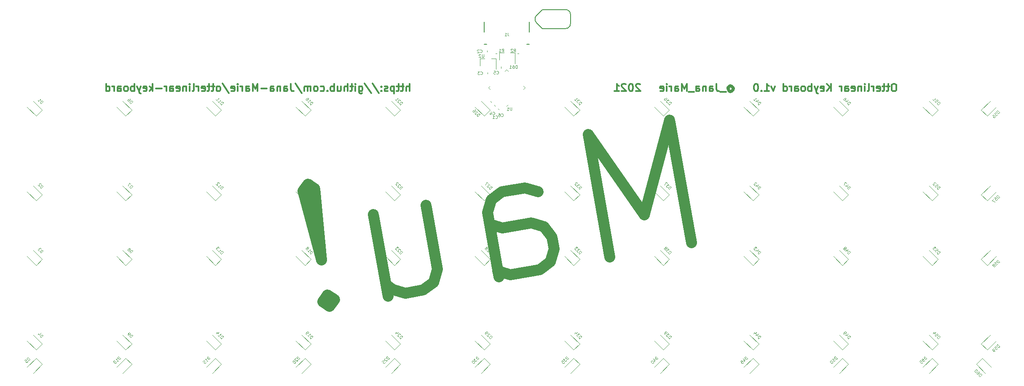
<source format=gbo>
G04 #@! TF.GenerationSoftware,KiCad,Pcbnew,5.1.5+dfsg1-2build2*
G04 #@! TF.CreationDate,2021-12-19T02:20:25+01:00*
G04 #@! TF.ProjectId,otterlinear-keyboard,6f747465-726c-4696-9e65-61722d6b6579,rev?*
G04 #@! TF.SameCoordinates,Original*
G04 #@! TF.FileFunction,Legend,Bot*
G04 #@! TF.FilePolarity,Positive*
%FSLAX46Y46*%
G04 Gerber Fmt 4.6, Leading zero omitted, Abs format (unit mm)*
G04 Created by KiCad (PCBNEW 5.1.5+dfsg1-2build2) date 2021-12-19 02:20:25*
%MOMM*%
%LPD*%
G04 APERTURE LIST*
%ADD10C,0.300000*%
%ADD11C,2.200000*%
%ADD12C,0.120000*%
%ADD13C,0.127000*%
%ADD14C,0.150000*%
%ADD15C,0.100000*%
G04 APERTURE END LIST*
D10*
X137464285Y-67678571D02*
X137464285Y-66178571D01*
X136821428Y-67678571D02*
X136821428Y-66892857D01*
X136892857Y-66750000D01*
X137035714Y-66678571D01*
X137250000Y-66678571D01*
X137392857Y-66750000D01*
X137464285Y-66821428D01*
X136321428Y-66678571D02*
X135750000Y-66678571D01*
X136107142Y-66178571D02*
X136107142Y-67464285D01*
X136035714Y-67607142D01*
X135892857Y-67678571D01*
X135750000Y-67678571D01*
X135464285Y-66678571D02*
X134892857Y-66678571D01*
X135250000Y-66178571D02*
X135250000Y-67464285D01*
X135178571Y-67607142D01*
X135035714Y-67678571D01*
X134892857Y-67678571D01*
X134392857Y-66678571D02*
X134392857Y-68178571D01*
X134392857Y-66750000D02*
X134250000Y-66678571D01*
X133964285Y-66678571D01*
X133821428Y-66750000D01*
X133750000Y-66821428D01*
X133678571Y-66964285D01*
X133678571Y-67392857D01*
X133750000Y-67535714D01*
X133821428Y-67607142D01*
X133964285Y-67678571D01*
X134250000Y-67678571D01*
X134392857Y-67607142D01*
X133107142Y-67607142D02*
X132964285Y-67678571D01*
X132678571Y-67678571D01*
X132535714Y-67607142D01*
X132464285Y-67464285D01*
X132464285Y-67392857D01*
X132535714Y-67250000D01*
X132678571Y-67178571D01*
X132892857Y-67178571D01*
X133035714Y-67107142D01*
X133107142Y-66964285D01*
X133107142Y-66892857D01*
X133035714Y-66750000D01*
X132892857Y-66678571D01*
X132678571Y-66678571D01*
X132535714Y-66750000D01*
X131821428Y-67535714D02*
X131750000Y-67607142D01*
X131821428Y-67678571D01*
X131892857Y-67607142D01*
X131821428Y-67535714D01*
X131821428Y-67678571D01*
X131821428Y-66750000D02*
X131750000Y-66821428D01*
X131821428Y-66892857D01*
X131892857Y-66821428D01*
X131821428Y-66750000D01*
X131821428Y-66892857D01*
X130035714Y-66107142D02*
X131321428Y-68035714D01*
X128464285Y-66107142D02*
X129750000Y-68035714D01*
X127321428Y-66678571D02*
X127321428Y-67892857D01*
X127392857Y-68035714D01*
X127464285Y-68107142D01*
X127607142Y-68178571D01*
X127821428Y-68178571D01*
X127964285Y-68107142D01*
X127321428Y-67607142D02*
X127464285Y-67678571D01*
X127749999Y-67678571D01*
X127892857Y-67607142D01*
X127964285Y-67535714D01*
X128035714Y-67392857D01*
X128035714Y-66964285D01*
X127964285Y-66821428D01*
X127892857Y-66750000D01*
X127749999Y-66678571D01*
X127464285Y-66678571D01*
X127321428Y-66750000D01*
X126607142Y-67678571D02*
X126607142Y-66678571D01*
X126607142Y-66178571D02*
X126678571Y-66250000D01*
X126607142Y-66321428D01*
X126535714Y-66250000D01*
X126607142Y-66178571D01*
X126607142Y-66321428D01*
X126107142Y-66678571D02*
X125535714Y-66678571D01*
X125892857Y-66178571D02*
X125892857Y-67464285D01*
X125821428Y-67607142D01*
X125678571Y-67678571D01*
X125535714Y-67678571D01*
X125035714Y-67678571D02*
X125035714Y-66178571D01*
X124392857Y-67678571D02*
X124392857Y-66892857D01*
X124464285Y-66750000D01*
X124607142Y-66678571D01*
X124821428Y-66678571D01*
X124964285Y-66750000D01*
X125035714Y-66821428D01*
X123035714Y-66678571D02*
X123035714Y-67678571D01*
X123678571Y-66678571D02*
X123678571Y-67464285D01*
X123607142Y-67607142D01*
X123464285Y-67678571D01*
X123249999Y-67678571D01*
X123107142Y-67607142D01*
X123035714Y-67535714D01*
X122321428Y-67678571D02*
X122321428Y-66178571D01*
X122321428Y-66750000D02*
X122178571Y-66678571D01*
X121892857Y-66678571D01*
X121749999Y-66750000D01*
X121678571Y-66821428D01*
X121607142Y-66964285D01*
X121607142Y-67392857D01*
X121678571Y-67535714D01*
X121749999Y-67607142D01*
X121892857Y-67678571D01*
X122178571Y-67678571D01*
X122321428Y-67607142D01*
X120964285Y-67535714D02*
X120892857Y-67607142D01*
X120964285Y-67678571D01*
X121035714Y-67607142D01*
X120964285Y-67535714D01*
X120964285Y-67678571D01*
X119607142Y-67607142D02*
X119749999Y-67678571D01*
X120035714Y-67678571D01*
X120178571Y-67607142D01*
X120249999Y-67535714D01*
X120321428Y-67392857D01*
X120321428Y-66964285D01*
X120249999Y-66821428D01*
X120178571Y-66750000D01*
X120035714Y-66678571D01*
X119749999Y-66678571D01*
X119607142Y-66750000D01*
X118749999Y-67678571D02*
X118892857Y-67607142D01*
X118964285Y-67535714D01*
X119035714Y-67392857D01*
X119035714Y-66964285D01*
X118964285Y-66821428D01*
X118892857Y-66750000D01*
X118749999Y-66678571D01*
X118535714Y-66678571D01*
X118392857Y-66750000D01*
X118321428Y-66821428D01*
X118249999Y-66964285D01*
X118249999Y-67392857D01*
X118321428Y-67535714D01*
X118392857Y-67607142D01*
X118535714Y-67678571D01*
X118749999Y-67678571D01*
X117607142Y-67678571D02*
X117607142Y-66678571D01*
X117607142Y-66821428D02*
X117535714Y-66750000D01*
X117392857Y-66678571D01*
X117178571Y-66678571D01*
X117035714Y-66750000D01*
X116964285Y-66892857D01*
X116964285Y-67678571D01*
X116964285Y-66892857D02*
X116892857Y-66750000D01*
X116749999Y-66678571D01*
X116535714Y-66678571D01*
X116392857Y-66750000D01*
X116321428Y-66892857D01*
X116321428Y-67678571D01*
X114535714Y-66107142D02*
X115821428Y-68035714D01*
X113607142Y-66178571D02*
X113607142Y-67250000D01*
X113678571Y-67464285D01*
X113821428Y-67607142D01*
X114035714Y-67678571D01*
X114178571Y-67678571D01*
X112249999Y-67678571D02*
X112249999Y-66892857D01*
X112321428Y-66750000D01*
X112464285Y-66678571D01*
X112749999Y-66678571D01*
X112892857Y-66750000D01*
X112249999Y-67607142D02*
X112392857Y-67678571D01*
X112749999Y-67678571D01*
X112892857Y-67607142D01*
X112964285Y-67464285D01*
X112964285Y-67321428D01*
X112892857Y-67178571D01*
X112749999Y-67107142D01*
X112392857Y-67107142D01*
X112249999Y-67035714D01*
X111535714Y-66678571D02*
X111535714Y-67678571D01*
X111535714Y-66821428D02*
X111464285Y-66750000D01*
X111321428Y-66678571D01*
X111107142Y-66678571D01*
X110964285Y-66750000D01*
X110892857Y-66892857D01*
X110892857Y-67678571D01*
X109535714Y-67678571D02*
X109535714Y-66892857D01*
X109607142Y-66750000D01*
X109749999Y-66678571D01*
X110035714Y-66678571D01*
X110178571Y-66750000D01*
X109535714Y-67607142D02*
X109678571Y-67678571D01*
X110035714Y-67678571D01*
X110178571Y-67607142D01*
X110249999Y-67464285D01*
X110249999Y-67321428D01*
X110178571Y-67178571D01*
X110035714Y-67107142D01*
X109678571Y-67107142D01*
X109535714Y-67035714D01*
X108821428Y-67107142D02*
X107678571Y-67107142D01*
X106964285Y-67678571D02*
X106964285Y-66178571D01*
X106464285Y-67250000D01*
X105964285Y-66178571D01*
X105964285Y-67678571D01*
X104607142Y-67678571D02*
X104607142Y-66892857D01*
X104678571Y-66750000D01*
X104821428Y-66678571D01*
X105107142Y-66678571D01*
X105249999Y-66750000D01*
X104607142Y-67607142D02*
X104749999Y-67678571D01*
X105107142Y-67678571D01*
X105249999Y-67607142D01*
X105321428Y-67464285D01*
X105321428Y-67321428D01*
X105249999Y-67178571D01*
X105107142Y-67107142D01*
X104749999Y-67107142D01*
X104607142Y-67035714D01*
X103892857Y-67678571D02*
X103892857Y-66678571D01*
X103892857Y-66964285D02*
X103821428Y-66821428D01*
X103749999Y-66750000D01*
X103607142Y-66678571D01*
X103464285Y-66678571D01*
X102964285Y-67678571D02*
X102964285Y-66678571D01*
X102964285Y-66178571D02*
X103035714Y-66250000D01*
X102964285Y-66321428D01*
X102892857Y-66250000D01*
X102964285Y-66178571D01*
X102964285Y-66321428D01*
X101678571Y-67607142D02*
X101821428Y-67678571D01*
X102107142Y-67678571D01*
X102249999Y-67607142D01*
X102321428Y-67464285D01*
X102321428Y-66892857D01*
X102249999Y-66750000D01*
X102107142Y-66678571D01*
X101821428Y-66678571D01*
X101678571Y-66750000D01*
X101607142Y-66892857D01*
X101607142Y-67035714D01*
X102321428Y-67178571D01*
X99892857Y-66107142D02*
X101178571Y-68035714D01*
X99178571Y-67678571D02*
X99321428Y-67607142D01*
X99392857Y-67535714D01*
X99464285Y-67392857D01*
X99464285Y-66964285D01*
X99392857Y-66821428D01*
X99321428Y-66750000D01*
X99178571Y-66678571D01*
X98964285Y-66678571D01*
X98821428Y-66750000D01*
X98749999Y-66821428D01*
X98678571Y-66964285D01*
X98678571Y-67392857D01*
X98749999Y-67535714D01*
X98821428Y-67607142D01*
X98964285Y-67678571D01*
X99178571Y-67678571D01*
X98249999Y-66678571D02*
X97678571Y-66678571D01*
X98035714Y-66178571D02*
X98035714Y-67464285D01*
X97964285Y-67607142D01*
X97821428Y-67678571D01*
X97678571Y-67678571D01*
X97392857Y-66678571D02*
X96821428Y-66678571D01*
X97178571Y-66178571D02*
X97178571Y-67464285D01*
X97107142Y-67607142D01*
X96964285Y-67678571D01*
X96821428Y-67678571D01*
X95749999Y-67607142D02*
X95892857Y-67678571D01*
X96178571Y-67678571D01*
X96321428Y-67607142D01*
X96392857Y-67464285D01*
X96392857Y-66892857D01*
X96321428Y-66750000D01*
X96178571Y-66678571D01*
X95892857Y-66678571D01*
X95749999Y-66750000D01*
X95678571Y-66892857D01*
X95678571Y-67035714D01*
X96392857Y-67178571D01*
X95035714Y-67678571D02*
X95035714Y-66678571D01*
X95035714Y-66964285D02*
X94964285Y-66821428D01*
X94892857Y-66750000D01*
X94749999Y-66678571D01*
X94607142Y-66678571D01*
X93892857Y-67678571D02*
X94035714Y-67607142D01*
X94107142Y-67464285D01*
X94107142Y-66178571D01*
X93321428Y-67678571D02*
X93321428Y-66678571D01*
X93321428Y-66178571D02*
X93392857Y-66250000D01*
X93321428Y-66321428D01*
X93249999Y-66250000D01*
X93321428Y-66178571D01*
X93321428Y-66321428D01*
X92607142Y-66678571D02*
X92607142Y-67678571D01*
X92607142Y-66821428D02*
X92535714Y-66750000D01*
X92392857Y-66678571D01*
X92178571Y-66678571D01*
X92035714Y-66750000D01*
X91964285Y-66892857D01*
X91964285Y-67678571D01*
X90678571Y-67607142D02*
X90821428Y-67678571D01*
X91107142Y-67678571D01*
X91249999Y-67607142D01*
X91321428Y-67464285D01*
X91321428Y-66892857D01*
X91249999Y-66750000D01*
X91107142Y-66678571D01*
X90821428Y-66678571D01*
X90678571Y-66750000D01*
X90607142Y-66892857D01*
X90607142Y-67035714D01*
X91321428Y-67178571D01*
X89321428Y-67678571D02*
X89321428Y-66892857D01*
X89392857Y-66750000D01*
X89535714Y-66678571D01*
X89821428Y-66678571D01*
X89964285Y-66750000D01*
X89321428Y-67607142D02*
X89464285Y-67678571D01*
X89821428Y-67678571D01*
X89964285Y-67607142D01*
X90035714Y-67464285D01*
X90035714Y-67321428D01*
X89964285Y-67178571D01*
X89821428Y-67107142D01*
X89464285Y-67107142D01*
X89321428Y-67035714D01*
X88607142Y-67678571D02*
X88607142Y-66678571D01*
X88607142Y-66964285D02*
X88535714Y-66821428D01*
X88464285Y-66750000D01*
X88321428Y-66678571D01*
X88178571Y-66678571D01*
X87678571Y-67107142D02*
X86535714Y-67107142D01*
X85821428Y-67678571D02*
X85821428Y-66178571D01*
X85678571Y-67107142D02*
X85249999Y-67678571D01*
X85249999Y-66678571D02*
X85821428Y-67250000D01*
X84035714Y-67607142D02*
X84178571Y-67678571D01*
X84464285Y-67678571D01*
X84607142Y-67607142D01*
X84678571Y-67464285D01*
X84678571Y-66892857D01*
X84607142Y-66750000D01*
X84464285Y-66678571D01*
X84178571Y-66678571D01*
X84035714Y-66750000D01*
X83964285Y-66892857D01*
X83964285Y-67035714D01*
X84678571Y-67178571D01*
X83464285Y-66678571D02*
X83107142Y-67678571D01*
X82749999Y-66678571D02*
X83107142Y-67678571D01*
X83249999Y-68035714D01*
X83321428Y-68107142D01*
X83464285Y-68178571D01*
X82178571Y-67678571D02*
X82178571Y-66178571D01*
X82178571Y-66750000D02*
X82035714Y-66678571D01*
X81749999Y-66678571D01*
X81607142Y-66750000D01*
X81535714Y-66821428D01*
X81464285Y-66964285D01*
X81464285Y-67392857D01*
X81535714Y-67535714D01*
X81607142Y-67607142D01*
X81749999Y-67678571D01*
X82035714Y-67678571D01*
X82178571Y-67607142D01*
X80607142Y-67678571D02*
X80749999Y-67607142D01*
X80821428Y-67535714D01*
X80892857Y-67392857D01*
X80892857Y-66964285D01*
X80821428Y-66821428D01*
X80749999Y-66750000D01*
X80607142Y-66678571D01*
X80392857Y-66678571D01*
X80249999Y-66750000D01*
X80178571Y-66821428D01*
X80107142Y-66964285D01*
X80107142Y-67392857D01*
X80178571Y-67535714D01*
X80249999Y-67607142D01*
X80392857Y-67678571D01*
X80607142Y-67678571D01*
X78821428Y-67678571D02*
X78821428Y-66892857D01*
X78892857Y-66750000D01*
X79035714Y-66678571D01*
X79321428Y-66678571D01*
X79464285Y-66750000D01*
X78821428Y-67607142D02*
X78964285Y-67678571D01*
X79321428Y-67678571D01*
X79464285Y-67607142D01*
X79535714Y-67464285D01*
X79535714Y-67321428D01*
X79464285Y-67178571D01*
X79321428Y-67107142D01*
X78964285Y-67107142D01*
X78821428Y-67035714D01*
X78107142Y-67678571D02*
X78107142Y-66678571D01*
X78107142Y-66964285D02*
X78035714Y-66821428D01*
X77964285Y-66750000D01*
X77821428Y-66678571D01*
X77678571Y-66678571D01*
X76535714Y-67678571D02*
X76535714Y-66178571D01*
X76535714Y-67607142D02*
X76678571Y-67678571D01*
X76964285Y-67678571D01*
X77107142Y-67607142D01*
X77178571Y-67535714D01*
X77249999Y-67392857D01*
X77249999Y-66964285D01*
X77178571Y-66821428D01*
X77107142Y-66750000D01*
X76964285Y-66678571D01*
X76678571Y-66678571D01*
X76535714Y-66750000D01*
X234964285Y-66178571D02*
X234678571Y-66178571D01*
X234535714Y-66250000D01*
X234392857Y-66392857D01*
X234321428Y-66678571D01*
X234321428Y-67178571D01*
X234392857Y-67464285D01*
X234535714Y-67607142D01*
X234678571Y-67678571D01*
X234964285Y-67678571D01*
X235107142Y-67607142D01*
X235250000Y-67464285D01*
X235321428Y-67178571D01*
X235321428Y-66678571D01*
X235250000Y-66392857D01*
X235107142Y-66250000D01*
X234964285Y-66178571D01*
X233892857Y-66678571D02*
X233321428Y-66678571D01*
X233678571Y-66178571D02*
X233678571Y-67464285D01*
X233607142Y-67607142D01*
X233464285Y-67678571D01*
X233321428Y-67678571D01*
X233035714Y-66678571D02*
X232464285Y-66678571D01*
X232821428Y-66178571D02*
X232821428Y-67464285D01*
X232750000Y-67607142D01*
X232607142Y-67678571D01*
X232464285Y-67678571D01*
X231392857Y-67607142D02*
X231535714Y-67678571D01*
X231821428Y-67678571D01*
X231964285Y-67607142D01*
X232035714Y-67464285D01*
X232035714Y-66892857D01*
X231964285Y-66750000D01*
X231821428Y-66678571D01*
X231535714Y-66678571D01*
X231392857Y-66750000D01*
X231321428Y-66892857D01*
X231321428Y-67035714D01*
X232035714Y-67178571D01*
X230678571Y-67678571D02*
X230678571Y-66678571D01*
X230678571Y-66964285D02*
X230607142Y-66821428D01*
X230535714Y-66750000D01*
X230392857Y-66678571D01*
X230250000Y-66678571D01*
X229535714Y-67678571D02*
X229678571Y-67607142D01*
X229750000Y-67464285D01*
X229750000Y-66178571D01*
X228964285Y-67678571D02*
X228964285Y-66678571D01*
X228964285Y-66178571D02*
X229035714Y-66250000D01*
X228964285Y-66321428D01*
X228892857Y-66250000D01*
X228964285Y-66178571D01*
X228964285Y-66321428D01*
X228250000Y-66678571D02*
X228250000Y-67678571D01*
X228250000Y-66821428D02*
X228178571Y-66750000D01*
X228035714Y-66678571D01*
X227821428Y-66678571D01*
X227678571Y-66750000D01*
X227607142Y-66892857D01*
X227607142Y-67678571D01*
X226321428Y-67607142D02*
X226464285Y-67678571D01*
X226750000Y-67678571D01*
X226892857Y-67607142D01*
X226964285Y-67464285D01*
X226964285Y-66892857D01*
X226892857Y-66750000D01*
X226750000Y-66678571D01*
X226464285Y-66678571D01*
X226321428Y-66750000D01*
X226250000Y-66892857D01*
X226250000Y-67035714D01*
X226964285Y-67178571D01*
X224964285Y-67678571D02*
X224964285Y-66892857D01*
X225035714Y-66750000D01*
X225178571Y-66678571D01*
X225464285Y-66678571D01*
X225607142Y-66750000D01*
X224964285Y-67607142D02*
X225107142Y-67678571D01*
X225464285Y-67678571D01*
X225607142Y-67607142D01*
X225678571Y-67464285D01*
X225678571Y-67321428D01*
X225607142Y-67178571D01*
X225464285Y-67107142D01*
X225107142Y-67107142D01*
X224964285Y-67035714D01*
X224250000Y-67678571D02*
X224250000Y-66678571D01*
X224250000Y-66964285D02*
X224178571Y-66821428D01*
X224107142Y-66750000D01*
X223964285Y-66678571D01*
X223821428Y-66678571D01*
X222178571Y-67678571D02*
X222178571Y-66178571D01*
X221321428Y-67678571D02*
X221964285Y-66821428D01*
X221321428Y-66178571D02*
X222178571Y-67035714D01*
X220107142Y-67607142D02*
X220250000Y-67678571D01*
X220535714Y-67678571D01*
X220678571Y-67607142D01*
X220750000Y-67464285D01*
X220750000Y-66892857D01*
X220678571Y-66750000D01*
X220535714Y-66678571D01*
X220250000Y-66678571D01*
X220107142Y-66750000D01*
X220035714Y-66892857D01*
X220035714Y-67035714D01*
X220750000Y-67178571D01*
X219535714Y-66678571D02*
X219178571Y-67678571D01*
X218821428Y-66678571D02*
X219178571Y-67678571D01*
X219321428Y-68035714D01*
X219392857Y-68107142D01*
X219535714Y-68178571D01*
X218250000Y-67678571D02*
X218250000Y-66178571D01*
X218250000Y-66750000D02*
X218107142Y-66678571D01*
X217821428Y-66678571D01*
X217678571Y-66750000D01*
X217607142Y-66821428D01*
X217535714Y-66964285D01*
X217535714Y-67392857D01*
X217607142Y-67535714D01*
X217678571Y-67607142D01*
X217821428Y-67678571D01*
X218107142Y-67678571D01*
X218250000Y-67607142D01*
X216678571Y-67678571D02*
X216821428Y-67607142D01*
X216892857Y-67535714D01*
X216964285Y-67392857D01*
X216964285Y-66964285D01*
X216892857Y-66821428D01*
X216821428Y-66750000D01*
X216678571Y-66678571D01*
X216464285Y-66678571D01*
X216321428Y-66750000D01*
X216250000Y-66821428D01*
X216178571Y-66964285D01*
X216178571Y-67392857D01*
X216250000Y-67535714D01*
X216321428Y-67607142D01*
X216464285Y-67678571D01*
X216678571Y-67678571D01*
X214892857Y-67678571D02*
X214892857Y-66892857D01*
X214964285Y-66750000D01*
X215107142Y-66678571D01*
X215392857Y-66678571D01*
X215535714Y-66750000D01*
X214892857Y-67607142D02*
X215035714Y-67678571D01*
X215392857Y-67678571D01*
X215535714Y-67607142D01*
X215607142Y-67464285D01*
X215607142Y-67321428D01*
X215535714Y-67178571D01*
X215392857Y-67107142D01*
X215035714Y-67107142D01*
X214892857Y-67035714D01*
X214178571Y-67678571D02*
X214178571Y-66678571D01*
X214178571Y-66964285D02*
X214107142Y-66821428D01*
X214035714Y-66750000D01*
X213892857Y-66678571D01*
X213750000Y-66678571D01*
X212607142Y-67678571D02*
X212607142Y-66178571D01*
X212607142Y-67607142D02*
X212750000Y-67678571D01*
X213035714Y-67678571D01*
X213178571Y-67607142D01*
X213250000Y-67535714D01*
X213321428Y-67392857D01*
X213321428Y-66964285D01*
X213250000Y-66821428D01*
X213178571Y-66750000D01*
X213035714Y-66678571D01*
X212750000Y-66678571D01*
X212607142Y-66750000D01*
X210892857Y-66678571D02*
X210535714Y-67678571D01*
X210178571Y-66678571D01*
X208821428Y-67678571D02*
X209678571Y-67678571D01*
X209250000Y-67678571D02*
X209250000Y-66178571D01*
X209392857Y-66392857D01*
X209535714Y-66535714D01*
X209678571Y-66607142D01*
X208178571Y-67535714D02*
X208107142Y-67607142D01*
X208178571Y-67678571D01*
X208250000Y-67607142D01*
X208178571Y-67535714D01*
X208178571Y-67678571D01*
X207178571Y-66178571D02*
X207035714Y-66178571D01*
X206892857Y-66250000D01*
X206821428Y-66321428D01*
X206750000Y-66464285D01*
X206678571Y-66750000D01*
X206678571Y-67107142D01*
X206750000Y-67392857D01*
X206821428Y-67535714D01*
X206892857Y-67607142D01*
X207035714Y-67678571D01*
X207178571Y-67678571D01*
X207321428Y-67607142D01*
X207392857Y-67535714D01*
X207464285Y-67392857D01*
X207535714Y-67107142D01*
X207535714Y-66750000D01*
X207464285Y-66464285D01*
X207392857Y-66321428D01*
X207321428Y-66250000D01*
X207178571Y-66178571D01*
X201678571Y-66964285D02*
X201750000Y-66892857D01*
X201892857Y-66821428D01*
X202035714Y-66821428D01*
X202178571Y-66892857D01*
X202250000Y-66964285D01*
X202321428Y-67107142D01*
X202321428Y-67250000D01*
X202250000Y-67392857D01*
X202178571Y-67464285D01*
X202035714Y-67535714D01*
X201892857Y-67535714D01*
X201750000Y-67464285D01*
X201678571Y-67392857D01*
X201678571Y-66821428D02*
X201678571Y-67392857D01*
X201607142Y-67464285D01*
X201535714Y-67464285D01*
X201392857Y-67392857D01*
X201321428Y-67250000D01*
X201321428Y-66892857D01*
X201464285Y-66678571D01*
X201678571Y-66535714D01*
X201964285Y-66464285D01*
X202250000Y-66535714D01*
X202464285Y-66678571D01*
X202607142Y-66892857D01*
X202678571Y-67178571D01*
X202607142Y-67464285D01*
X202464285Y-67678571D01*
X202250000Y-67821428D01*
X201964285Y-67892857D01*
X201678571Y-67821428D01*
X201464285Y-67678571D01*
X201035714Y-67821428D02*
X199892857Y-67821428D01*
X199107142Y-66178571D02*
X199107142Y-67250000D01*
X199178571Y-67464285D01*
X199321428Y-67607142D01*
X199535714Y-67678571D01*
X199678571Y-67678571D01*
X197750000Y-67678571D02*
X197750000Y-66892857D01*
X197821428Y-66750000D01*
X197964285Y-66678571D01*
X198250000Y-66678571D01*
X198392857Y-66750000D01*
X197750000Y-67607142D02*
X197892857Y-67678571D01*
X198250000Y-67678571D01*
X198392857Y-67607142D01*
X198464285Y-67464285D01*
X198464285Y-67321428D01*
X198392857Y-67178571D01*
X198250000Y-67107142D01*
X197892857Y-67107142D01*
X197750000Y-67035714D01*
X197035714Y-66678571D02*
X197035714Y-67678571D01*
X197035714Y-66821428D02*
X196964285Y-66750000D01*
X196821428Y-66678571D01*
X196607142Y-66678571D01*
X196464285Y-66750000D01*
X196392857Y-66892857D01*
X196392857Y-67678571D01*
X195035714Y-67678571D02*
X195035714Y-66892857D01*
X195107142Y-66750000D01*
X195250000Y-66678571D01*
X195535714Y-66678571D01*
X195678571Y-66750000D01*
X195035714Y-67607142D02*
X195178571Y-67678571D01*
X195535714Y-67678571D01*
X195678571Y-67607142D01*
X195750000Y-67464285D01*
X195750000Y-67321428D01*
X195678571Y-67178571D01*
X195535714Y-67107142D01*
X195178571Y-67107142D01*
X195035714Y-67035714D01*
X194678571Y-67821428D02*
X193535714Y-67821428D01*
X193178571Y-67678571D02*
X193178571Y-66178571D01*
X192678571Y-67250000D01*
X192178571Y-66178571D01*
X192178571Y-67678571D01*
X190821428Y-67678571D02*
X190821428Y-66892857D01*
X190892857Y-66750000D01*
X191035714Y-66678571D01*
X191321428Y-66678571D01*
X191464285Y-66750000D01*
X190821428Y-67607142D02*
X190964285Y-67678571D01*
X191321428Y-67678571D01*
X191464285Y-67607142D01*
X191535714Y-67464285D01*
X191535714Y-67321428D01*
X191464285Y-67178571D01*
X191321428Y-67107142D01*
X190964285Y-67107142D01*
X190821428Y-67035714D01*
X190107142Y-67678571D02*
X190107142Y-66678571D01*
X190107142Y-66964285D02*
X190035714Y-66821428D01*
X189964285Y-66750000D01*
X189821428Y-66678571D01*
X189678571Y-66678571D01*
X189178571Y-67678571D02*
X189178571Y-66678571D01*
X189178571Y-66178571D02*
X189250000Y-66250000D01*
X189178571Y-66321428D01*
X189107142Y-66250000D01*
X189178571Y-66178571D01*
X189178571Y-66321428D01*
X187892857Y-67607142D02*
X188035714Y-67678571D01*
X188321428Y-67678571D01*
X188464285Y-67607142D01*
X188535714Y-67464285D01*
X188535714Y-66892857D01*
X188464285Y-66750000D01*
X188321428Y-66678571D01*
X188035714Y-66678571D01*
X187892857Y-66750000D01*
X187821428Y-66892857D01*
X187821428Y-67035714D01*
X188535714Y-67178571D01*
X183821428Y-66321428D02*
X183750000Y-66250000D01*
X183607142Y-66178571D01*
X183250000Y-66178571D01*
X183107142Y-66250000D01*
X183035714Y-66321428D01*
X182964285Y-66464285D01*
X182964285Y-66607142D01*
X183035714Y-66821428D01*
X183892857Y-67678571D01*
X182964285Y-67678571D01*
X182035714Y-66178571D02*
X181892857Y-66178571D01*
X181750000Y-66250000D01*
X181678571Y-66321428D01*
X181607142Y-66464285D01*
X181535714Y-66750000D01*
X181535714Y-67107142D01*
X181607142Y-67392857D01*
X181678571Y-67535714D01*
X181750000Y-67607142D01*
X181892857Y-67678571D01*
X182035714Y-67678571D01*
X182178571Y-67607142D01*
X182250000Y-67535714D01*
X182321428Y-67392857D01*
X182392857Y-67107142D01*
X182392857Y-66750000D01*
X182321428Y-66464285D01*
X182250000Y-66321428D01*
X182178571Y-66250000D01*
X182035714Y-66178571D01*
X180964285Y-66321428D02*
X180892857Y-66250000D01*
X180750000Y-66178571D01*
X180392857Y-66178571D01*
X180250000Y-66250000D01*
X180178571Y-66321428D01*
X180107142Y-66464285D01*
X180107142Y-66607142D01*
X180178571Y-66821428D01*
X181035714Y-67678571D01*
X180107142Y-67678571D01*
X178678571Y-67678571D02*
X179535714Y-67678571D01*
X179107142Y-67678571D02*
X179107142Y-66178571D01*
X179250000Y-66392857D01*
X179392857Y-66535714D01*
X179535714Y-66607142D01*
D11*
X194107973Y-98129262D02*
X189766769Y-73509068D01*
X184660898Y-92541989D01*
X173353306Y-76403204D01*
X177694511Y-101023398D01*
X155419097Y-104951154D02*
X153145133Y-92054862D01*
X153904075Y-89503358D01*
X156042132Y-87917520D01*
X160731692Y-87090624D01*
X163283197Y-87849566D01*
X155212373Y-103778764D02*
X157763878Y-104537706D01*
X163625829Y-103504086D01*
X165763885Y-101918248D01*
X166522827Y-99366744D01*
X166109379Y-97021963D01*
X164523541Y-94883907D01*
X161972036Y-94124965D01*
X156110086Y-95158585D01*
X153558581Y-94399643D01*
X130249548Y-92465448D02*
X133143684Y-108878911D01*
X140801059Y-90604932D02*
X143075023Y-103501224D01*
X142316081Y-106052728D01*
X140178025Y-107638567D01*
X136660854Y-108258739D01*
X134109350Y-107499796D01*
X132730236Y-106534130D01*
X121006334Y-108601371D02*
X120040668Y-109980485D01*
X121419782Y-110946151D01*
X122385448Y-109567037D01*
X121006334Y-108601371D01*
X121419782Y-110946151D01*
X119765990Y-101567029D02*
X118457692Y-87291623D01*
X117078578Y-86325957D01*
X116112911Y-87705071D01*
X119765990Y-101567029D01*
X117078578Y-86325957D01*
D12*
X155520000Y-59940000D02*
X155520000Y-61400000D01*
X158680000Y-59940000D02*
X158680000Y-62100000D01*
X158680000Y-59940000D02*
X157750000Y-59940000D01*
X155520000Y-59940000D02*
X156450000Y-59940000D01*
D13*
X169806000Y-54137500D02*
G75*
G02X168853500Y-55090000I-952500J0D01*
G01*
X168853500Y-51280000D02*
G75*
G02X169806000Y-52232500I0J-952500D01*
G01*
X169806000Y-54137500D02*
X169806000Y-52232500D01*
X162986100Y-53908900D02*
G75*
G02X162986100Y-52461100I723900J723900D01*
G01*
X162986100Y-53908900D02*
X164167200Y-55090000D01*
X162986100Y-52461100D02*
X164167200Y-51280000D01*
X168853500Y-55090000D02*
X164167200Y-55090000D01*
X168853500Y-51280000D02*
X164167200Y-51280000D01*
D12*
X151670000Y-61090000D02*
X151670000Y-62550000D01*
X154830000Y-61090000D02*
X154830000Y-63250000D01*
X154830000Y-61090000D02*
X153900000Y-61090000D01*
X151670000Y-61090000D02*
X152600000Y-61090000D01*
X157335876Y-70355222D02*
X157000000Y-70691097D01*
X157000000Y-63308903D02*
X157335876Y-63644778D01*
X156664124Y-63644778D02*
X157000000Y-63308903D01*
X153308903Y-67000000D02*
X153644778Y-67335876D01*
X153644778Y-66664124D02*
X153308903Y-67000000D01*
X160691097Y-67000000D02*
X160355222Y-66664124D01*
X160355222Y-67335876D02*
X160691097Y-67000000D01*
X159450000Y-60100000D02*
X159150000Y-60100000D01*
X154750000Y-60100000D02*
X155050000Y-60100000D01*
D14*
X161000000Y-58250000D02*
X161500000Y-58250000D01*
X152500000Y-58250000D02*
X153000000Y-58250000D01*
X152500000Y-55750000D02*
X152500000Y-53750000D01*
X161500000Y-53750000D02*
X161500000Y-55750000D01*
D12*
X251338299Y-122540381D02*
X253141421Y-124343503D01*
X252540381Y-121338299D02*
X254343503Y-123141421D01*
X251338299Y-122540381D02*
X252540381Y-121338299D01*
X253540381Y-119661701D02*
X255343503Y-117858579D01*
X252338299Y-118459619D02*
X254141421Y-116656497D01*
X253540381Y-119661701D02*
X252338299Y-118459619D01*
X253540381Y-102661701D02*
X255343503Y-100858579D01*
X252338299Y-101459619D02*
X254141421Y-99656497D01*
X253540381Y-102661701D02*
X252338299Y-101459619D01*
X253540381Y-89661701D02*
X255343503Y-87858579D01*
X252338299Y-88459619D02*
X254141421Y-86656497D01*
X253540381Y-89661701D02*
X252338299Y-88459619D01*
X253540381Y-72661701D02*
X255343503Y-70858579D01*
X252338299Y-71459619D02*
X254141421Y-69656497D01*
X253540381Y-72661701D02*
X252338299Y-71459619D01*
X242459619Y-121338299D02*
X240656497Y-123141421D01*
X243661701Y-122540381D02*
X241858579Y-124343503D01*
X242459619Y-121338299D02*
X243661701Y-122540381D01*
X243661701Y-118459619D02*
X241858579Y-116656497D01*
X242459619Y-119661701D02*
X240656497Y-117858579D01*
X243661701Y-118459619D02*
X242459619Y-119661701D01*
X243661701Y-101459619D02*
X241858579Y-99656497D01*
X242459619Y-102661701D02*
X240656497Y-100858579D01*
X243661701Y-101459619D02*
X242459619Y-102661701D01*
X243661701Y-88459619D02*
X241858579Y-86656497D01*
X242459619Y-89661701D02*
X240656497Y-87858579D01*
X243661701Y-88459619D02*
X242459619Y-89661701D01*
X243661701Y-71459619D02*
X241858579Y-69656497D01*
X242459619Y-72661701D02*
X240656497Y-70858579D01*
X243661701Y-71459619D02*
X242459619Y-72661701D01*
X224459619Y-121338299D02*
X222656497Y-123141421D01*
X225661701Y-122540381D02*
X223858579Y-124343503D01*
X224459619Y-121338299D02*
X225661701Y-122540381D01*
X225661701Y-118459619D02*
X223858579Y-116656497D01*
X224459619Y-119661701D02*
X222656497Y-117858579D01*
X225661701Y-118459619D02*
X224459619Y-119661701D01*
X225661701Y-101459619D02*
X223858579Y-99656497D01*
X224459619Y-102661701D02*
X222656497Y-100858579D01*
X225661701Y-101459619D02*
X224459619Y-102661701D01*
X225661701Y-88459619D02*
X223858579Y-86656497D01*
X224459619Y-89661701D02*
X222656497Y-87858579D01*
X225661701Y-88459619D02*
X224459619Y-89661701D01*
X225661701Y-71459619D02*
X223858579Y-69656497D01*
X224459619Y-72661701D02*
X222656497Y-70858579D01*
X225661701Y-71459619D02*
X224459619Y-72661701D01*
X206459619Y-121338299D02*
X204656497Y-123141421D01*
X207661701Y-122540381D02*
X205858579Y-124343503D01*
X206459619Y-121338299D02*
X207661701Y-122540381D01*
X207661701Y-118459619D02*
X205858579Y-116656497D01*
X206459619Y-119661701D02*
X204656497Y-117858579D01*
X207661701Y-118459619D02*
X206459619Y-119661701D01*
X207661701Y-101459619D02*
X205858579Y-99656497D01*
X206459619Y-102661701D02*
X204656497Y-100858579D01*
X207661701Y-101459619D02*
X206459619Y-102661701D01*
X207661701Y-88459619D02*
X205858579Y-86656497D01*
X206459619Y-89661701D02*
X204656497Y-87858579D01*
X207661701Y-88459619D02*
X206459619Y-89661701D01*
X207661701Y-71459619D02*
X205858579Y-69656497D01*
X206459619Y-72661701D02*
X204656497Y-70858579D01*
X207661701Y-71459619D02*
X206459619Y-72661701D01*
X188459619Y-121338299D02*
X186656497Y-123141421D01*
X189661701Y-122540381D02*
X187858579Y-124343503D01*
X188459619Y-121338299D02*
X189661701Y-122540381D01*
X189661701Y-118459619D02*
X187858579Y-116656497D01*
X188459619Y-119661701D02*
X186656497Y-117858579D01*
X189661701Y-118459619D02*
X188459619Y-119661701D01*
X189661701Y-101459619D02*
X187858579Y-99656497D01*
X188459619Y-102661701D02*
X186656497Y-100858579D01*
X189661701Y-101459619D02*
X188459619Y-102661701D01*
X189661701Y-88459619D02*
X187858579Y-86656497D01*
X188459619Y-89661701D02*
X186656497Y-87858579D01*
X189661701Y-88459619D02*
X188459619Y-89661701D01*
X189661701Y-71459619D02*
X187858579Y-69656497D01*
X188459619Y-72661701D02*
X186656497Y-70858579D01*
X189661701Y-71459619D02*
X188459619Y-72661701D01*
X170459619Y-121338299D02*
X168656497Y-123141421D01*
X171661701Y-122540381D02*
X169858579Y-124343503D01*
X170459619Y-121338299D02*
X171661701Y-122540381D01*
X171661701Y-118459619D02*
X169858579Y-116656497D01*
X170459619Y-119661701D02*
X168656497Y-117858579D01*
X171661701Y-118459619D02*
X170459619Y-119661701D01*
X171661701Y-101459619D02*
X169858579Y-99656497D01*
X170459619Y-102661701D02*
X168656497Y-100858579D01*
X171661701Y-101459619D02*
X170459619Y-102661701D01*
X171661701Y-88459619D02*
X169858579Y-86656497D01*
X170459619Y-89661701D02*
X168656497Y-87858579D01*
X171661701Y-88459619D02*
X170459619Y-89661701D01*
X171661701Y-71459619D02*
X169858579Y-69656497D01*
X170459619Y-72661701D02*
X168656497Y-70858579D01*
X171661701Y-71459619D02*
X170459619Y-72661701D01*
X152459619Y-121338299D02*
X150656497Y-123141421D01*
X153661701Y-122540381D02*
X151858579Y-124343503D01*
X152459619Y-121338299D02*
X153661701Y-122540381D01*
X153661701Y-118459619D02*
X151858579Y-116656497D01*
X152459619Y-119661701D02*
X150656497Y-117858579D01*
X153661701Y-118459619D02*
X152459619Y-119661701D01*
X153661701Y-101459619D02*
X151858579Y-99656497D01*
X152459619Y-102661701D02*
X150656497Y-100858579D01*
X153661701Y-101459619D02*
X152459619Y-102661701D01*
X153661701Y-88459619D02*
X151858579Y-86656497D01*
X152459619Y-89661701D02*
X150656497Y-87858579D01*
X153661701Y-88459619D02*
X152459619Y-89661701D01*
X153661701Y-71459619D02*
X151858579Y-69656497D01*
X152459619Y-72661701D02*
X150656497Y-70858579D01*
X153661701Y-71459619D02*
X152459619Y-72661701D01*
X134459619Y-121338299D02*
X132656497Y-123141421D01*
X135661701Y-122540381D02*
X133858579Y-124343503D01*
X134459619Y-121338299D02*
X135661701Y-122540381D01*
X135661701Y-118459619D02*
X133858579Y-116656497D01*
X134459619Y-119661701D02*
X132656497Y-117858579D01*
X135661701Y-118459619D02*
X134459619Y-119661701D01*
X135661701Y-101459619D02*
X133858579Y-99656497D01*
X134459619Y-102661701D02*
X132656497Y-100858579D01*
X135661701Y-101459619D02*
X134459619Y-102661701D01*
X135661701Y-88459619D02*
X133858579Y-86656497D01*
X134459619Y-89661701D02*
X132656497Y-87858579D01*
X135661701Y-88459619D02*
X134459619Y-89661701D01*
X135661701Y-71459619D02*
X133858579Y-69656497D01*
X134459619Y-72661701D02*
X132656497Y-70858579D01*
X135661701Y-71459619D02*
X134459619Y-72661701D01*
X116459619Y-121338299D02*
X114656497Y-123141421D01*
X117661701Y-122540381D02*
X115858579Y-124343503D01*
X116459619Y-121338299D02*
X117661701Y-122540381D01*
X117661701Y-118459619D02*
X115858579Y-116656497D01*
X116459619Y-119661701D02*
X114656497Y-117858579D01*
X117661701Y-118459619D02*
X116459619Y-119661701D01*
X117661701Y-101459619D02*
X115858579Y-99656497D01*
X116459619Y-102661701D02*
X114656497Y-100858579D01*
X117661701Y-101459619D02*
X116459619Y-102661701D01*
X117661701Y-88459619D02*
X115858579Y-86656497D01*
X116459619Y-89661701D02*
X114656497Y-87858579D01*
X117661701Y-88459619D02*
X116459619Y-89661701D01*
X117661701Y-71459619D02*
X115858579Y-69656497D01*
X116459619Y-72661701D02*
X114656497Y-70858579D01*
X117661701Y-71459619D02*
X116459619Y-72661701D01*
X98459619Y-121338299D02*
X96656497Y-123141421D01*
X99661701Y-122540381D02*
X97858579Y-124343503D01*
X98459619Y-121338299D02*
X99661701Y-122540381D01*
X99661701Y-118459619D02*
X97858579Y-116656497D01*
X98459619Y-119661701D02*
X96656497Y-117858579D01*
X99661701Y-118459619D02*
X98459619Y-119661701D01*
X99661701Y-101459619D02*
X97858579Y-99656497D01*
X98459619Y-102661701D02*
X96656497Y-100858579D01*
X99661701Y-101459619D02*
X98459619Y-102661701D01*
X99661701Y-88459619D02*
X97858579Y-86656497D01*
X98459619Y-89661701D02*
X96656497Y-87858579D01*
X99661701Y-88459619D02*
X98459619Y-89661701D01*
X99661701Y-71459619D02*
X97858579Y-69656497D01*
X98459619Y-72661701D02*
X96656497Y-70858579D01*
X99661701Y-71459619D02*
X98459619Y-72661701D01*
X80459619Y-121338299D02*
X78656497Y-123141421D01*
X81661701Y-122540381D02*
X79858579Y-124343503D01*
X80459619Y-121338299D02*
X81661701Y-122540381D01*
X81661701Y-118459619D02*
X79858579Y-116656497D01*
X80459619Y-119661701D02*
X78656497Y-117858579D01*
X81661701Y-118459619D02*
X80459619Y-119661701D01*
X81661701Y-101459619D02*
X79858579Y-99656497D01*
X80459619Y-102661701D02*
X78656497Y-100858579D01*
X81661701Y-101459619D02*
X80459619Y-102661701D01*
X81661701Y-88459619D02*
X79858579Y-86656497D01*
X80459619Y-89661701D02*
X78656497Y-87858579D01*
X81661701Y-88459619D02*
X80459619Y-89661701D01*
X81661701Y-71459619D02*
X79858579Y-69656497D01*
X80459619Y-72661701D02*
X78656497Y-70858579D01*
X81661701Y-71459619D02*
X80459619Y-72661701D01*
X62459619Y-121338299D02*
X60656497Y-123141421D01*
X63661701Y-122540381D02*
X61858579Y-124343503D01*
X62459619Y-121338299D02*
X63661701Y-122540381D01*
X63661701Y-118459619D02*
X61858579Y-116656497D01*
X62459619Y-119661701D02*
X60656497Y-117858579D01*
X63661701Y-118459619D02*
X62459619Y-119661701D01*
X63661701Y-101459619D02*
X61858579Y-99656497D01*
X62459619Y-102661701D02*
X60656497Y-100858579D01*
X63661701Y-101459619D02*
X62459619Y-102661701D01*
X63661701Y-88459619D02*
X61858579Y-86656497D01*
X62459619Y-89661701D02*
X60656497Y-87858579D01*
X63661701Y-88459619D02*
X62459619Y-89661701D01*
X63661701Y-71459619D02*
X61858579Y-69656497D01*
X62459619Y-72661701D02*
X60656497Y-70858579D01*
X63661701Y-71459619D02*
X62459619Y-72661701D01*
X155456066Y-71406066D02*
X155243934Y-71193934D01*
X155850000Y-63050000D02*
X155850000Y-62750000D01*
X153956066Y-69906066D02*
X153743934Y-69693934D01*
X153150000Y-63900000D02*
X153150000Y-64200000D01*
X153050000Y-59800000D02*
X153050000Y-59500000D01*
X154706066Y-70656066D02*
X154493934Y-70443934D01*
D15*
X159078571Y-63071428D02*
X159078571Y-62471428D01*
X158935714Y-62471428D01*
X158850000Y-62500000D01*
X158792857Y-62557142D01*
X158764285Y-62614285D01*
X158735714Y-62728571D01*
X158735714Y-62814285D01*
X158764285Y-62928571D01*
X158792857Y-62985714D01*
X158850000Y-63042857D01*
X158935714Y-63071428D01*
X159078571Y-63071428D01*
X158221428Y-62471428D02*
X158335714Y-62471428D01*
X158392857Y-62500000D01*
X158421428Y-62528571D01*
X158478571Y-62614285D01*
X158507142Y-62728571D01*
X158507142Y-62957142D01*
X158478571Y-63014285D01*
X158450000Y-63042857D01*
X158392857Y-63071428D01*
X158278571Y-63071428D01*
X158221428Y-63042857D01*
X158192857Y-63014285D01*
X158164285Y-62957142D01*
X158164285Y-62814285D01*
X158192857Y-62757142D01*
X158221428Y-62728571D01*
X158278571Y-62700000D01*
X158392857Y-62700000D01*
X158450000Y-62728571D01*
X158478571Y-62757142D01*
X158507142Y-62814285D01*
X157592857Y-63071428D02*
X157935714Y-63071428D01*
X157764285Y-63071428D02*
X157764285Y-62471428D01*
X157821428Y-62557142D01*
X157878571Y-62614285D01*
X157935714Y-62642857D01*
X152357142Y-60271428D02*
X152357142Y-60757142D01*
X152328571Y-60814285D01*
X152300000Y-60842857D01*
X152242857Y-60871428D01*
X152128571Y-60871428D01*
X152071428Y-60842857D01*
X152042857Y-60814285D01*
X152014285Y-60757142D01*
X152014285Y-60271428D01*
X151757142Y-60328571D02*
X151728571Y-60300000D01*
X151671428Y-60271428D01*
X151528571Y-60271428D01*
X151471428Y-60300000D01*
X151442857Y-60328571D01*
X151414285Y-60385714D01*
X151414285Y-60442857D01*
X151442857Y-60528571D01*
X151785714Y-60871428D01*
X151414285Y-60871428D01*
X158007142Y-70921428D02*
X158007142Y-71407142D01*
X157978571Y-71464285D01*
X157950000Y-71492857D01*
X157892857Y-71521428D01*
X157778571Y-71521428D01*
X157721428Y-71492857D01*
X157692857Y-71464285D01*
X157664285Y-71407142D01*
X157664285Y-70921428D01*
X157064285Y-71521428D02*
X157407142Y-71521428D01*
X157235714Y-71521428D02*
X157235714Y-70921428D01*
X157292857Y-71007142D01*
X157350000Y-71064285D01*
X157407142Y-71092857D01*
X158400000Y-59771428D02*
X158600000Y-59485714D01*
X158742857Y-59771428D02*
X158742857Y-59171428D01*
X158514285Y-59171428D01*
X158457142Y-59200000D01*
X158428571Y-59228571D01*
X158400000Y-59285714D01*
X158400000Y-59371428D01*
X158428571Y-59428571D01*
X158457142Y-59457142D01*
X158514285Y-59485714D01*
X158742857Y-59485714D01*
X158171428Y-59228571D02*
X158142857Y-59200000D01*
X158085714Y-59171428D01*
X157942857Y-59171428D01*
X157885714Y-59200000D01*
X157857142Y-59228571D01*
X157828571Y-59285714D01*
X157828571Y-59342857D01*
X157857142Y-59428571D01*
X158200000Y-59771428D01*
X157828571Y-59771428D01*
X156050000Y-59771428D02*
X156250000Y-59485714D01*
X156392857Y-59771428D02*
X156392857Y-59171428D01*
X156164285Y-59171428D01*
X156107142Y-59200000D01*
X156078571Y-59228571D01*
X156050000Y-59285714D01*
X156050000Y-59371428D01*
X156078571Y-59428571D01*
X156107142Y-59457142D01*
X156164285Y-59485714D01*
X156392857Y-59485714D01*
X155478571Y-59771428D02*
X155821428Y-59771428D01*
X155650000Y-59771428D02*
X155650000Y-59171428D01*
X155707142Y-59257142D01*
X155764285Y-59314285D01*
X155821428Y-59342857D01*
X157200000Y-55921428D02*
X157200000Y-56350000D01*
X157228571Y-56435714D01*
X157285714Y-56492857D01*
X157371428Y-56521428D01*
X157428571Y-56521428D01*
X156600000Y-56521428D02*
X156942857Y-56521428D01*
X156771428Y-56521428D02*
X156771428Y-55921428D01*
X156828571Y-56007142D01*
X156885714Y-56064285D01*
X156942857Y-56092857D01*
X252015100Y-125015254D02*
X252439364Y-124590990D01*
X252338349Y-124489975D01*
X252257537Y-124449569D01*
X252176725Y-124449569D01*
X252116116Y-124469772D01*
X252015100Y-124530381D01*
X251954491Y-124590990D01*
X251893882Y-124692005D01*
X251873679Y-124752615D01*
X251873679Y-124833427D01*
X251914085Y-124914239D01*
X252015100Y-125015254D01*
X251833273Y-123984899D02*
X251914085Y-124065711D01*
X251934288Y-124126320D01*
X251934288Y-124166726D01*
X251914085Y-124267741D01*
X251853476Y-124368757D01*
X251691852Y-124530381D01*
X251631242Y-124550584D01*
X251590836Y-124550584D01*
X251530227Y-124530381D01*
X251449415Y-124449569D01*
X251429212Y-124388960D01*
X251429212Y-124348554D01*
X251449415Y-124287944D01*
X251550430Y-124186929D01*
X251611039Y-124166726D01*
X251651445Y-124166726D01*
X251712055Y-124186929D01*
X251792867Y-124267741D01*
X251813070Y-124328351D01*
X251813070Y-124368757D01*
X251792867Y-124429366D01*
X251530227Y-123681853D02*
X251489821Y-123641447D01*
X251429212Y-123621244D01*
X251388806Y-123621244D01*
X251328197Y-123641447D01*
X251227181Y-123702056D01*
X251126166Y-123803071D01*
X251065557Y-123904086D01*
X251045354Y-123964696D01*
X251045354Y-124005102D01*
X251065557Y-124065711D01*
X251105963Y-124106117D01*
X251166572Y-124126320D01*
X251206978Y-124126320D01*
X251267587Y-124106117D01*
X251368603Y-124045508D01*
X251469618Y-123944493D01*
X251530227Y-123843477D01*
X251550430Y-123782868D01*
X251550430Y-123742462D01*
X251530227Y-123681853D01*
X256015254Y-118984899D02*
X255590990Y-118560635D01*
X255489975Y-118661650D01*
X255449569Y-118742462D01*
X255449569Y-118823274D01*
X255469772Y-118883883D01*
X255530381Y-118984899D01*
X255590990Y-119045508D01*
X255692005Y-119106117D01*
X255752615Y-119126320D01*
X255833427Y-119126320D01*
X255914239Y-119085914D01*
X256015254Y-118984899D01*
X254964696Y-119186929D02*
X255166726Y-118984899D01*
X255388960Y-119166726D01*
X255348554Y-119166726D01*
X255287944Y-119186929D01*
X255186929Y-119287944D01*
X255166726Y-119348554D01*
X255166726Y-119388960D01*
X255186929Y-119449569D01*
X255287944Y-119550584D01*
X255348554Y-119570787D01*
X255388960Y-119570787D01*
X255449569Y-119550584D01*
X255550584Y-119449569D01*
X255570787Y-119388960D01*
X255570787Y-119348554D01*
X255166726Y-119833427D02*
X255085914Y-119914239D01*
X255025305Y-119934442D01*
X254984899Y-119934442D01*
X254883883Y-119914239D01*
X254782868Y-119853630D01*
X254621244Y-119692005D01*
X254601041Y-119631396D01*
X254601041Y-119590990D01*
X254621244Y-119530381D01*
X254702056Y-119449569D01*
X254762665Y-119429366D01*
X254803071Y-119429366D01*
X254863680Y-119449569D01*
X254964696Y-119550584D01*
X254984899Y-119611193D01*
X254984899Y-119651599D01*
X254964696Y-119712209D01*
X254883883Y-119793021D01*
X254823274Y-119813224D01*
X254782868Y-119813224D01*
X254722259Y-119793021D01*
X256015254Y-101984899D02*
X255590990Y-101560635D01*
X255489975Y-101661650D01*
X255449569Y-101742462D01*
X255449569Y-101823274D01*
X255469772Y-101883883D01*
X255530381Y-101984899D01*
X255590990Y-102045508D01*
X255692005Y-102106117D01*
X255752615Y-102126320D01*
X255833427Y-102126320D01*
X255914239Y-102085914D01*
X256015254Y-101984899D01*
X254964696Y-102186929D02*
X255166726Y-101984899D01*
X255388960Y-102166726D01*
X255348554Y-102166726D01*
X255287944Y-102186929D01*
X255186929Y-102287944D01*
X255166726Y-102348554D01*
X255166726Y-102388960D01*
X255186929Y-102449569D01*
X255287944Y-102550584D01*
X255348554Y-102570787D01*
X255388960Y-102570787D01*
X255449569Y-102550584D01*
X255550584Y-102449569D01*
X255570787Y-102388960D01*
X255570787Y-102348554D01*
X254883883Y-102631396D02*
X254904086Y-102570787D01*
X254904086Y-102530381D01*
X254883883Y-102469772D01*
X254863680Y-102449569D01*
X254803071Y-102429366D01*
X254762665Y-102429366D01*
X254702056Y-102449569D01*
X254621244Y-102530381D01*
X254601041Y-102590990D01*
X254601041Y-102631396D01*
X254621244Y-102692005D01*
X254641447Y-102712209D01*
X254702056Y-102732412D01*
X254742462Y-102732412D01*
X254803071Y-102712209D01*
X254883883Y-102631396D01*
X254944493Y-102611193D01*
X254984899Y-102611193D01*
X255045508Y-102631396D01*
X255126320Y-102712209D01*
X255146523Y-102772818D01*
X255146523Y-102813224D01*
X255126320Y-102873833D01*
X255045508Y-102954645D01*
X254984899Y-102974848D01*
X254944493Y-102974848D01*
X254883883Y-102954645D01*
X254803071Y-102873833D01*
X254782868Y-102813224D01*
X254782868Y-102772818D01*
X254803071Y-102712209D01*
X256015254Y-88984899D02*
X255590990Y-88560635D01*
X255489975Y-88661650D01*
X255449569Y-88742462D01*
X255449569Y-88823274D01*
X255469772Y-88883883D01*
X255530381Y-88984899D01*
X255590990Y-89045508D01*
X255692005Y-89106117D01*
X255752615Y-89126320D01*
X255833427Y-89126320D01*
X255914239Y-89085914D01*
X256015254Y-88984899D01*
X254964696Y-89186929D02*
X255166726Y-88984899D01*
X255388960Y-89166726D01*
X255348554Y-89166726D01*
X255287944Y-89186929D01*
X255186929Y-89287944D01*
X255166726Y-89348554D01*
X255166726Y-89388960D01*
X255186929Y-89449569D01*
X255287944Y-89550584D01*
X255348554Y-89570787D01*
X255388960Y-89570787D01*
X255449569Y-89550584D01*
X255550584Y-89449569D01*
X255570787Y-89388960D01*
X255570787Y-89348554D01*
X254803071Y-89348554D02*
X254520229Y-89631396D01*
X255126320Y-89873833D01*
X256015254Y-71984899D02*
X255590990Y-71560635D01*
X255489975Y-71661650D01*
X255449569Y-71742462D01*
X255449569Y-71823274D01*
X255469772Y-71883883D01*
X255530381Y-71984899D01*
X255590990Y-72045508D01*
X255692005Y-72106117D01*
X255752615Y-72126320D01*
X255833427Y-72126320D01*
X255914239Y-72085914D01*
X256015254Y-71984899D01*
X254964696Y-72186929D02*
X255166726Y-71984899D01*
X255388960Y-72166726D01*
X255348554Y-72166726D01*
X255287944Y-72186929D01*
X255186929Y-72287944D01*
X255166726Y-72348554D01*
X255166726Y-72388960D01*
X255186929Y-72449569D01*
X255287944Y-72550584D01*
X255348554Y-72570787D01*
X255388960Y-72570787D01*
X255449569Y-72550584D01*
X255550584Y-72449569D01*
X255570787Y-72388960D01*
X255570787Y-72348554D01*
X254580838Y-72570787D02*
X254661650Y-72489975D01*
X254722259Y-72469772D01*
X254762665Y-72469772D01*
X254863680Y-72489975D01*
X254964696Y-72550584D01*
X255126320Y-72712209D01*
X255146523Y-72772818D01*
X255146523Y-72813224D01*
X255126320Y-72873833D01*
X255045508Y-72954645D01*
X254984899Y-72974848D01*
X254944493Y-72974848D01*
X254883883Y-72954645D01*
X254782868Y-72853630D01*
X254762665Y-72793021D01*
X254762665Y-72752615D01*
X254782868Y-72692005D01*
X254863680Y-72611193D01*
X254924290Y-72590990D01*
X254964696Y-72590990D01*
X255025305Y-72611193D01*
X241398958Y-121368603D02*
X240974694Y-120944339D01*
X240873679Y-121045354D01*
X240833273Y-121126166D01*
X240833273Y-121206978D01*
X240853476Y-121267587D01*
X240914085Y-121368603D01*
X240974694Y-121429212D01*
X241075709Y-121489821D01*
X241136319Y-121510024D01*
X241217131Y-121510024D01*
X241297943Y-121469618D01*
X241398958Y-121368603D01*
X240348400Y-121570633D02*
X240550430Y-121368603D01*
X240772664Y-121550430D01*
X240732258Y-121550430D01*
X240671648Y-121570633D01*
X240570633Y-121671648D01*
X240550430Y-121732258D01*
X240550430Y-121772664D01*
X240570633Y-121833273D01*
X240671648Y-121934288D01*
X240732258Y-121954491D01*
X240772664Y-121954491D01*
X240833273Y-121934288D01*
X240934288Y-121833273D01*
X240954491Y-121772664D01*
X240954491Y-121732258D01*
X239944339Y-121974694D02*
X240146369Y-121772664D01*
X240368603Y-121954491D01*
X240328197Y-121954491D01*
X240267587Y-121974694D01*
X240166572Y-122075709D01*
X240146369Y-122136319D01*
X240146369Y-122176725D01*
X240166572Y-122237334D01*
X240267587Y-122338349D01*
X240328197Y-122358552D01*
X240368603Y-122358552D01*
X240429212Y-122338349D01*
X240530227Y-122237334D01*
X240550430Y-122176725D01*
X240550430Y-122136319D01*
X243631396Y-117398958D02*
X244055660Y-116974694D01*
X243954645Y-116873679D01*
X243873833Y-116833273D01*
X243793021Y-116833273D01*
X243732412Y-116853476D01*
X243631396Y-116914085D01*
X243570787Y-116974694D01*
X243510178Y-117075709D01*
X243489975Y-117136319D01*
X243489975Y-117217131D01*
X243530381Y-117297943D01*
X243631396Y-117398958D01*
X243429366Y-116348400D02*
X243631396Y-116550430D01*
X243449569Y-116772664D01*
X243449569Y-116732258D01*
X243429366Y-116671648D01*
X243328351Y-116570633D01*
X243267741Y-116550430D01*
X243227335Y-116550430D01*
X243166726Y-116570633D01*
X243065711Y-116671648D01*
X243045508Y-116732258D01*
X243045508Y-116772664D01*
X243065711Y-116833273D01*
X243166726Y-116934288D01*
X243227335Y-116954491D01*
X243267741Y-116954491D01*
X242904086Y-116105963D02*
X242621244Y-116388806D01*
X243166726Y-116045354D02*
X242964696Y-116449415D01*
X242702056Y-116186775D01*
X243631396Y-100398958D02*
X244055660Y-99974694D01*
X243954645Y-99873679D01*
X243873833Y-99833273D01*
X243793021Y-99833273D01*
X243732412Y-99853476D01*
X243631396Y-99914085D01*
X243570787Y-99974694D01*
X243510178Y-100075709D01*
X243489975Y-100136319D01*
X243489975Y-100217131D01*
X243530381Y-100297943D01*
X243631396Y-100398958D01*
X243429366Y-99348400D02*
X243631396Y-99550430D01*
X243449569Y-99772664D01*
X243449569Y-99732258D01*
X243429366Y-99671648D01*
X243328351Y-99570633D01*
X243267741Y-99550430D01*
X243227335Y-99550430D01*
X243166726Y-99570633D01*
X243065711Y-99671648D01*
X243045508Y-99732258D01*
X243045508Y-99772664D01*
X243065711Y-99833273D01*
X243166726Y-99934288D01*
X243227335Y-99954491D01*
X243267741Y-99954491D01*
X243267741Y-99186775D02*
X243005102Y-98924136D01*
X242984899Y-99227181D01*
X242924290Y-99166572D01*
X242863680Y-99146369D01*
X242823274Y-99146369D01*
X242762665Y-99166572D01*
X242661650Y-99267587D01*
X242641447Y-99328197D01*
X242641447Y-99368603D01*
X242661650Y-99429212D01*
X242782868Y-99550430D01*
X242843477Y-99570633D01*
X242883883Y-99570633D01*
X243631396Y-87398958D02*
X244055660Y-86974694D01*
X243954645Y-86873679D01*
X243873833Y-86833273D01*
X243793021Y-86833273D01*
X243732412Y-86853476D01*
X243631396Y-86914085D01*
X243570787Y-86974694D01*
X243510178Y-87075709D01*
X243489975Y-87136319D01*
X243489975Y-87217131D01*
X243530381Y-87297943D01*
X243631396Y-87398958D01*
X243429366Y-86348400D02*
X243631396Y-86550430D01*
X243449569Y-86772664D01*
X243449569Y-86732258D01*
X243429366Y-86671648D01*
X243328351Y-86570633D01*
X243267741Y-86550430D01*
X243227335Y-86550430D01*
X243166726Y-86570633D01*
X243065711Y-86671648D01*
X243045508Y-86732258D01*
X243045508Y-86772664D01*
X243065711Y-86833273D01*
X243166726Y-86934288D01*
X243227335Y-86954491D01*
X243267741Y-86954491D01*
X243207132Y-86206978D02*
X243207132Y-86166572D01*
X243186929Y-86105963D01*
X243085914Y-86004948D01*
X243025305Y-85984745D01*
X242984899Y-85984745D01*
X242924290Y-86004948D01*
X242883883Y-86045354D01*
X242843477Y-86126166D01*
X242843477Y-86611039D01*
X242580838Y-86348400D01*
X243631396Y-70398958D02*
X244055660Y-69974694D01*
X243954645Y-69873679D01*
X243873833Y-69833273D01*
X243793021Y-69833273D01*
X243732412Y-69853476D01*
X243631396Y-69914085D01*
X243570787Y-69974694D01*
X243510178Y-70075709D01*
X243489975Y-70136319D01*
X243489975Y-70217131D01*
X243530381Y-70297943D01*
X243631396Y-70398958D01*
X243429366Y-69348400D02*
X243631396Y-69550430D01*
X243449569Y-69772664D01*
X243449569Y-69732258D01*
X243429366Y-69671648D01*
X243328351Y-69570633D01*
X243267741Y-69550430D01*
X243227335Y-69550430D01*
X243166726Y-69570633D01*
X243065711Y-69671648D01*
X243045508Y-69732258D01*
X243045508Y-69772664D01*
X243065711Y-69833273D01*
X243166726Y-69934288D01*
X243227335Y-69954491D01*
X243267741Y-69954491D01*
X242580838Y-69348400D02*
X242823274Y-69590836D01*
X242702056Y-69469618D02*
X243126320Y-69045354D01*
X243106117Y-69146369D01*
X243106117Y-69227181D01*
X243126320Y-69287790D01*
X223398958Y-121368603D02*
X222974694Y-120944339D01*
X222873679Y-121045354D01*
X222833273Y-121126166D01*
X222833273Y-121206978D01*
X222853476Y-121267587D01*
X222914085Y-121368603D01*
X222974694Y-121429212D01*
X223075709Y-121489821D01*
X223136319Y-121510024D01*
X223217131Y-121510024D01*
X223297943Y-121469618D01*
X223398958Y-121368603D01*
X222348400Y-121570633D02*
X222550430Y-121368603D01*
X222772664Y-121550430D01*
X222732258Y-121550430D01*
X222671648Y-121570633D01*
X222570633Y-121671648D01*
X222550430Y-121732258D01*
X222550430Y-121772664D01*
X222570633Y-121833273D01*
X222671648Y-121934288D01*
X222732258Y-121954491D01*
X222772664Y-121954491D01*
X222833273Y-121934288D01*
X222934288Y-121833273D01*
X222954491Y-121772664D01*
X222954491Y-121732258D01*
X222065557Y-121853476D02*
X222025151Y-121893882D01*
X222004948Y-121954491D01*
X222004948Y-121994897D01*
X222025151Y-122055506D01*
X222085760Y-122156522D01*
X222186775Y-122257537D01*
X222287790Y-122318146D01*
X222348400Y-122338349D01*
X222388806Y-122338349D01*
X222449415Y-122318146D01*
X222489821Y-122277740D01*
X222510024Y-122217131D01*
X222510024Y-122176725D01*
X222489821Y-122116116D01*
X222429212Y-122015100D01*
X222328197Y-121914085D01*
X222227181Y-121853476D01*
X222166572Y-121833273D01*
X222126166Y-121833273D01*
X222065557Y-121853476D01*
X225631396Y-117398958D02*
X226055660Y-116974694D01*
X225954645Y-116873679D01*
X225873833Y-116833273D01*
X225793021Y-116833273D01*
X225732412Y-116853476D01*
X225631396Y-116914085D01*
X225570787Y-116974694D01*
X225510178Y-117075709D01*
X225489975Y-117136319D01*
X225489975Y-117217131D01*
X225530381Y-117297943D01*
X225631396Y-117398958D01*
X225308148Y-116510024D02*
X225025305Y-116792867D01*
X225570787Y-116449415D02*
X225368757Y-116853476D01*
X225106117Y-116590836D01*
X224782868Y-116550430D02*
X224702056Y-116469618D01*
X224681853Y-116409009D01*
X224681853Y-116368603D01*
X224702056Y-116267587D01*
X224762665Y-116166572D01*
X224924290Y-116004948D01*
X224984899Y-115984745D01*
X225025305Y-115984745D01*
X225085914Y-116004948D01*
X225166726Y-116085760D01*
X225186929Y-116146369D01*
X225186929Y-116186775D01*
X225166726Y-116247384D01*
X225065711Y-116348400D01*
X225005102Y-116368603D01*
X224964696Y-116368603D01*
X224904086Y-116348400D01*
X224823274Y-116267587D01*
X224803071Y-116206978D01*
X224803071Y-116166572D01*
X224823274Y-116105963D01*
X225631396Y-100398958D02*
X226055660Y-99974694D01*
X225954645Y-99873679D01*
X225873833Y-99833273D01*
X225793021Y-99833273D01*
X225732412Y-99853476D01*
X225631396Y-99914085D01*
X225570787Y-99974694D01*
X225510178Y-100075709D01*
X225489975Y-100136319D01*
X225489975Y-100217131D01*
X225530381Y-100297943D01*
X225631396Y-100398958D01*
X225308148Y-99510024D02*
X225025305Y-99792867D01*
X225570787Y-99449415D02*
X225368757Y-99853476D01*
X225106117Y-99590836D01*
X224984899Y-99267587D02*
X225045508Y-99287790D01*
X225085914Y-99287790D01*
X225146523Y-99267587D01*
X225166726Y-99247384D01*
X225186929Y-99186775D01*
X225186929Y-99146369D01*
X225166726Y-99085760D01*
X225085914Y-99004948D01*
X225025305Y-98984745D01*
X224984899Y-98984745D01*
X224924290Y-99004948D01*
X224904086Y-99025151D01*
X224883883Y-99085760D01*
X224883883Y-99126166D01*
X224904086Y-99186775D01*
X224984899Y-99267587D01*
X225005102Y-99328197D01*
X225005102Y-99368603D01*
X224984899Y-99429212D01*
X224904086Y-99510024D01*
X224843477Y-99530227D01*
X224803071Y-99530227D01*
X224742462Y-99510024D01*
X224661650Y-99429212D01*
X224641447Y-99368603D01*
X224641447Y-99328197D01*
X224661650Y-99267587D01*
X224742462Y-99186775D01*
X224803071Y-99166572D01*
X224843477Y-99166572D01*
X224904086Y-99186775D01*
X225631396Y-87398958D02*
X226055660Y-86974694D01*
X225954645Y-86873679D01*
X225873833Y-86833273D01*
X225793021Y-86833273D01*
X225732412Y-86853476D01*
X225631396Y-86914085D01*
X225570787Y-86974694D01*
X225510178Y-87075709D01*
X225489975Y-87136319D01*
X225489975Y-87217131D01*
X225530381Y-87297943D01*
X225631396Y-87398958D01*
X225308148Y-86510024D02*
X225025305Y-86792867D01*
X225570787Y-86449415D02*
X225368757Y-86853476D01*
X225106117Y-86590836D01*
X225267741Y-86186775D02*
X224984899Y-85903933D01*
X224742462Y-86510024D01*
X225631396Y-70398958D02*
X226055660Y-69974694D01*
X225954645Y-69873679D01*
X225873833Y-69833273D01*
X225793021Y-69833273D01*
X225732412Y-69853476D01*
X225631396Y-69914085D01*
X225570787Y-69974694D01*
X225510178Y-70075709D01*
X225489975Y-70136319D01*
X225489975Y-70217131D01*
X225530381Y-70297943D01*
X225631396Y-70398958D01*
X225308148Y-69510024D02*
X225025305Y-69792867D01*
X225570787Y-69449415D02*
X225368757Y-69853476D01*
X225106117Y-69590836D01*
X225045508Y-68964542D02*
X225126320Y-69045354D01*
X225146523Y-69105963D01*
X225146523Y-69146369D01*
X225126320Y-69247384D01*
X225065711Y-69348400D01*
X224904086Y-69510024D01*
X224843477Y-69530227D01*
X224803071Y-69530227D01*
X224742462Y-69510024D01*
X224661650Y-69429212D01*
X224641447Y-69368603D01*
X224641447Y-69328197D01*
X224661650Y-69267587D01*
X224762665Y-69166572D01*
X224823274Y-69146369D01*
X224863680Y-69146369D01*
X224924290Y-69166572D01*
X225005102Y-69247384D01*
X225025305Y-69307994D01*
X225025305Y-69348400D01*
X225005102Y-69409009D01*
X205398958Y-121368603D02*
X204974694Y-120944339D01*
X204873679Y-121045354D01*
X204833273Y-121126166D01*
X204833273Y-121206978D01*
X204853476Y-121267587D01*
X204914085Y-121368603D01*
X204974694Y-121429212D01*
X205075709Y-121489821D01*
X205136319Y-121510024D01*
X205217131Y-121510024D01*
X205297943Y-121469618D01*
X205398958Y-121368603D01*
X204510024Y-121691852D02*
X204792867Y-121974694D01*
X204449415Y-121429212D02*
X204853476Y-121631242D01*
X204590836Y-121893882D01*
X203944339Y-121974694D02*
X204146369Y-121772664D01*
X204368603Y-121954491D01*
X204328197Y-121954491D01*
X204267587Y-121974694D01*
X204166572Y-122075709D01*
X204146369Y-122136319D01*
X204146369Y-122176725D01*
X204166572Y-122237334D01*
X204267587Y-122338349D01*
X204328197Y-122358552D01*
X204368603Y-122358552D01*
X204429212Y-122338349D01*
X204530227Y-122237334D01*
X204550430Y-122176725D01*
X204550430Y-122136319D01*
X207631396Y-117398958D02*
X208055660Y-116974694D01*
X207954645Y-116873679D01*
X207873833Y-116833273D01*
X207793021Y-116833273D01*
X207732412Y-116853476D01*
X207631396Y-116914085D01*
X207570787Y-116974694D01*
X207510178Y-117075709D01*
X207489975Y-117136319D01*
X207489975Y-117217131D01*
X207530381Y-117297943D01*
X207631396Y-117398958D01*
X207308148Y-116510024D02*
X207025305Y-116792867D01*
X207570787Y-116449415D02*
X207368757Y-116853476D01*
X207106117Y-116590836D01*
X206904086Y-116105963D02*
X206621244Y-116388806D01*
X207166726Y-116045354D02*
X206964696Y-116449415D01*
X206702056Y-116186775D01*
X207631396Y-100398958D02*
X208055660Y-99974694D01*
X207954645Y-99873679D01*
X207873833Y-99833273D01*
X207793021Y-99833273D01*
X207732412Y-99853476D01*
X207631396Y-99914085D01*
X207570787Y-99974694D01*
X207510178Y-100075709D01*
X207489975Y-100136319D01*
X207489975Y-100217131D01*
X207530381Y-100297943D01*
X207631396Y-100398958D01*
X207308148Y-99510024D02*
X207025305Y-99792867D01*
X207570787Y-99449415D02*
X207368757Y-99853476D01*
X207106117Y-99590836D01*
X207267741Y-99186775D02*
X207005102Y-98924136D01*
X206984899Y-99227181D01*
X206924290Y-99166572D01*
X206863680Y-99146369D01*
X206823274Y-99146369D01*
X206762665Y-99166572D01*
X206661650Y-99267587D01*
X206641447Y-99328197D01*
X206641447Y-99368603D01*
X206661650Y-99429212D01*
X206782868Y-99550430D01*
X206843477Y-99570633D01*
X206883883Y-99570633D01*
X207631396Y-87398958D02*
X208055660Y-86974694D01*
X207954645Y-86873679D01*
X207873833Y-86833273D01*
X207793021Y-86833273D01*
X207732412Y-86853476D01*
X207631396Y-86914085D01*
X207570787Y-86974694D01*
X207510178Y-87075709D01*
X207489975Y-87136319D01*
X207489975Y-87217131D01*
X207530381Y-87297943D01*
X207631396Y-87398958D01*
X207308148Y-86510024D02*
X207025305Y-86792867D01*
X207570787Y-86449415D02*
X207368757Y-86853476D01*
X207106117Y-86590836D01*
X207207132Y-86206978D02*
X207207132Y-86166572D01*
X207186929Y-86105963D01*
X207085914Y-86004948D01*
X207025305Y-85984745D01*
X206984899Y-85984745D01*
X206924290Y-86004948D01*
X206883883Y-86045354D01*
X206843477Y-86126166D01*
X206843477Y-86611039D01*
X206580838Y-86348400D01*
X207631396Y-70398958D02*
X208055660Y-69974694D01*
X207954645Y-69873679D01*
X207873833Y-69833273D01*
X207793021Y-69833273D01*
X207732412Y-69853476D01*
X207631396Y-69914085D01*
X207570787Y-69974694D01*
X207510178Y-70075709D01*
X207489975Y-70136319D01*
X207489975Y-70217131D01*
X207530381Y-70297943D01*
X207631396Y-70398958D01*
X207308148Y-69510024D02*
X207025305Y-69792867D01*
X207570787Y-69449415D02*
X207368757Y-69853476D01*
X207106117Y-69590836D01*
X206580838Y-69348400D02*
X206823274Y-69590836D01*
X206702056Y-69469618D02*
X207126320Y-69045354D01*
X207106117Y-69146369D01*
X207106117Y-69227181D01*
X207126320Y-69287790D01*
X187398958Y-121368603D02*
X186974694Y-120944339D01*
X186873679Y-121045354D01*
X186833273Y-121126166D01*
X186833273Y-121206978D01*
X186853476Y-121267587D01*
X186914085Y-121368603D01*
X186974694Y-121429212D01*
X187075709Y-121489821D01*
X187136319Y-121510024D01*
X187217131Y-121510024D01*
X187297943Y-121469618D01*
X187398958Y-121368603D01*
X186510024Y-121691852D02*
X186792867Y-121974694D01*
X186449415Y-121429212D02*
X186853476Y-121631242D01*
X186590836Y-121893882D01*
X186065557Y-121853476D02*
X186025151Y-121893882D01*
X186004948Y-121954491D01*
X186004948Y-121994897D01*
X186025151Y-122055506D01*
X186085760Y-122156522D01*
X186186775Y-122257537D01*
X186287790Y-122318146D01*
X186348400Y-122338349D01*
X186388806Y-122338349D01*
X186449415Y-122318146D01*
X186489821Y-122277740D01*
X186510024Y-122217131D01*
X186510024Y-122176725D01*
X186489821Y-122116116D01*
X186429212Y-122015100D01*
X186328197Y-121914085D01*
X186227181Y-121853476D01*
X186166572Y-121833273D01*
X186126166Y-121833273D01*
X186065557Y-121853476D01*
X189631396Y-117398958D02*
X190055660Y-116974694D01*
X189954645Y-116873679D01*
X189873833Y-116833273D01*
X189793021Y-116833273D01*
X189732412Y-116853476D01*
X189631396Y-116914085D01*
X189570787Y-116974694D01*
X189510178Y-117075709D01*
X189489975Y-117136319D01*
X189489975Y-117217131D01*
X189530381Y-117297943D01*
X189631396Y-117398958D01*
X189671802Y-116590836D02*
X189409163Y-116328197D01*
X189388960Y-116631242D01*
X189328351Y-116570633D01*
X189267741Y-116550430D01*
X189227335Y-116550430D01*
X189166726Y-116570633D01*
X189065711Y-116671648D01*
X189045508Y-116732258D01*
X189045508Y-116772664D01*
X189065711Y-116833273D01*
X189186929Y-116954491D01*
X189247538Y-116974694D01*
X189287944Y-116974694D01*
X188782868Y-116550430D02*
X188702056Y-116469618D01*
X188681853Y-116409009D01*
X188681853Y-116368603D01*
X188702056Y-116267587D01*
X188762665Y-116166572D01*
X188924290Y-116004948D01*
X188984899Y-115984745D01*
X189025305Y-115984745D01*
X189085914Y-116004948D01*
X189166726Y-116085760D01*
X189186929Y-116146369D01*
X189186929Y-116186775D01*
X189166726Y-116247384D01*
X189065711Y-116348400D01*
X189005102Y-116368603D01*
X188964696Y-116368603D01*
X188904086Y-116348400D01*
X188823274Y-116267587D01*
X188803071Y-116206978D01*
X188803071Y-116166572D01*
X188823274Y-116105963D01*
X189631396Y-100398958D02*
X190055660Y-99974694D01*
X189954645Y-99873679D01*
X189873833Y-99833273D01*
X189793021Y-99833273D01*
X189732412Y-99853476D01*
X189631396Y-99914085D01*
X189570787Y-99974694D01*
X189510178Y-100075709D01*
X189489975Y-100136319D01*
X189489975Y-100217131D01*
X189530381Y-100297943D01*
X189631396Y-100398958D01*
X189671802Y-99590836D02*
X189409163Y-99328197D01*
X189388960Y-99631242D01*
X189328351Y-99570633D01*
X189267741Y-99550430D01*
X189227335Y-99550430D01*
X189166726Y-99570633D01*
X189065711Y-99671648D01*
X189045508Y-99732258D01*
X189045508Y-99772664D01*
X189065711Y-99833273D01*
X189186929Y-99954491D01*
X189247538Y-99974694D01*
X189287944Y-99974694D01*
X188984899Y-99267587D02*
X189045508Y-99287790D01*
X189085914Y-99287790D01*
X189146523Y-99267587D01*
X189166726Y-99247384D01*
X189186929Y-99186775D01*
X189186929Y-99146369D01*
X189166726Y-99085760D01*
X189085914Y-99004948D01*
X189025305Y-98984745D01*
X188984899Y-98984745D01*
X188924290Y-99004948D01*
X188904086Y-99025151D01*
X188883883Y-99085760D01*
X188883883Y-99126166D01*
X188904086Y-99186775D01*
X188984899Y-99267587D01*
X189005102Y-99328197D01*
X189005102Y-99368603D01*
X188984899Y-99429212D01*
X188904086Y-99510024D01*
X188843477Y-99530227D01*
X188803071Y-99530227D01*
X188742462Y-99510024D01*
X188661650Y-99429212D01*
X188641447Y-99368603D01*
X188641447Y-99328197D01*
X188661650Y-99267587D01*
X188742462Y-99186775D01*
X188803071Y-99166572D01*
X188843477Y-99166572D01*
X188904086Y-99186775D01*
X189631396Y-87398958D02*
X190055660Y-86974694D01*
X189954645Y-86873679D01*
X189873833Y-86833273D01*
X189793021Y-86833273D01*
X189732412Y-86853476D01*
X189631396Y-86914085D01*
X189570787Y-86974694D01*
X189510178Y-87075709D01*
X189489975Y-87136319D01*
X189489975Y-87217131D01*
X189530381Y-87297943D01*
X189631396Y-87398958D01*
X189671802Y-86590836D02*
X189409163Y-86328197D01*
X189388960Y-86631242D01*
X189328351Y-86570633D01*
X189267741Y-86550430D01*
X189227335Y-86550430D01*
X189166726Y-86570633D01*
X189065711Y-86671648D01*
X189045508Y-86732258D01*
X189045508Y-86772664D01*
X189065711Y-86833273D01*
X189186929Y-86954491D01*
X189247538Y-86974694D01*
X189287944Y-86974694D01*
X189267741Y-86186775D02*
X188984899Y-85903933D01*
X188742462Y-86510024D01*
X189631396Y-70398958D02*
X190055660Y-69974694D01*
X189954645Y-69873679D01*
X189873833Y-69833273D01*
X189793021Y-69833273D01*
X189732412Y-69853476D01*
X189631396Y-69914085D01*
X189570787Y-69974694D01*
X189510178Y-70075709D01*
X189489975Y-70136319D01*
X189489975Y-70217131D01*
X189530381Y-70297943D01*
X189631396Y-70398958D01*
X189671802Y-69590836D02*
X189409163Y-69328197D01*
X189388960Y-69631242D01*
X189328351Y-69570633D01*
X189267741Y-69550430D01*
X189227335Y-69550430D01*
X189166726Y-69570633D01*
X189065711Y-69671648D01*
X189045508Y-69732258D01*
X189045508Y-69772664D01*
X189065711Y-69833273D01*
X189186929Y-69954491D01*
X189247538Y-69974694D01*
X189287944Y-69974694D01*
X189045508Y-68964542D02*
X189126320Y-69045354D01*
X189146523Y-69105963D01*
X189146523Y-69146369D01*
X189126320Y-69247384D01*
X189065711Y-69348400D01*
X188904086Y-69510024D01*
X188843477Y-69530227D01*
X188803071Y-69530227D01*
X188742462Y-69510024D01*
X188661650Y-69429212D01*
X188641447Y-69368603D01*
X188641447Y-69328197D01*
X188661650Y-69267587D01*
X188762665Y-69166572D01*
X188823274Y-69146369D01*
X188863680Y-69146369D01*
X188924290Y-69166572D01*
X189005102Y-69247384D01*
X189025305Y-69307994D01*
X189025305Y-69348400D01*
X189005102Y-69409009D01*
X169398958Y-121368603D02*
X168974694Y-120944339D01*
X168873679Y-121045354D01*
X168833273Y-121126166D01*
X168833273Y-121206978D01*
X168853476Y-121267587D01*
X168914085Y-121368603D01*
X168974694Y-121429212D01*
X169075709Y-121489821D01*
X169136319Y-121510024D01*
X169217131Y-121510024D01*
X169297943Y-121469618D01*
X169398958Y-121368603D01*
X168590836Y-121328197D02*
X168328197Y-121590836D01*
X168631242Y-121611039D01*
X168570633Y-121671648D01*
X168550430Y-121732258D01*
X168550430Y-121772664D01*
X168570633Y-121833273D01*
X168671648Y-121934288D01*
X168732258Y-121954491D01*
X168772664Y-121954491D01*
X168833273Y-121934288D01*
X168954491Y-121813070D01*
X168974694Y-121752461D01*
X168974694Y-121712055D01*
X167944339Y-121974694D02*
X168146369Y-121772664D01*
X168368603Y-121954491D01*
X168328197Y-121954491D01*
X168267587Y-121974694D01*
X168166572Y-122075709D01*
X168146369Y-122136319D01*
X168146369Y-122176725D01*
X168166572Y-122237334D01*
X168267587Y-122338349D01*
X168328197Y-122358552D01*
X168368603Y-122358552D01*
X168429212Y-122338349D01*
X168530227Y-122237334D01*
X168550430Y-122176725D01*
X168550430Y-122136319D01*
X171631396Y-117398958D02*
X172055660Y-116974694D01*
X171954645Y-116873679D01*
X171873833Y-116833273D01*
X171793021Y-116833273D01*
X171732412Y-116853476D01*
X171631396Y-116914085D01*
X171570787Y-116974694D01*
X171510178Y-117075709D01*
X171489975Y-117136319D01*
X171489975Y-117217131D01*
X171530381Y-117297943D01*
X171631396Y-117398958D01*
X171671802Y-116590836D02*
X171409163Y-116328197D01*
X171388960Y-116631242D01*
X171328351Y-116570633D01*
X171267741Y-116550430D01*
X171227335Y-116550430D01*
X171166726Y-116570633D01*
X171065711Y-116671648D01*
X171045508Y-116732258D01*
X171045508Y-116772664D01*
X171065711Y-116833273D01*
X171186929Y-116954491D01*
X171247538Y-116974694D01*
X171287944Y-116974694D01*
X170904086Y-116105963D02*
X170621244Y-116388806D01*
X171166726Y-116045354D02*
X170964696Y-116449415D01*
X170702056Y-116186775D01*
X171631396Y-100398958D02*
X172055660Y-99974694D01*
X171954645Y-99873679D01*
X171873833Y-99833273D01*
X171793021Y-99833273D01*
X171732412Y-99853476D01*
X171631396Y-99914085D01*
X171570787Y-99974694D01*
X171510178Y-100075709D01*
X171489975Y-100136319D01*
X171489975Y-100217131D01*
X171530381Y-100297943D01*
X171631396Y-100398958D01*
X171671802Y-99590836D02*
X171409163Y-99328197D01*
X171388960Y-99631242D01*
X171328351Y-99570633D01*
X171267741Y-99550430D01*
X171227335Y-99550430D01*
X171166726Y-99570633D01*
X171065711Y-99671648D01*
X171045508Y-99732258D01*
X171045508Y-99772664D01*
X171065711Y-99833273D01*
X171186929Y-99954491D01*
X171247538Y-99974694D01*
X171287944Y-99974694D01*
X171267741Y-99186775D02*
X171005102Y-98924136D01*
X170984899Y-99227181D01*
X170924290Y-99166572D01*
X170863680Y-99146369D01*
X170823274Y-99146369D01*
X170762665Y-99166572D01*
X170661650Y-99267587D01*
X170641447Y-99328197D01*
X170641447Y-99368603D01*
X170661650Y-99429212D01*
X170782868Y-99550430D01*
X170843477Y-99570633D01*
X170883883Y-99570633D01*
X171631396Y-87398958D02*
X172055660Y-86974694D01*
X171954645Y-86873679D01*
X171873833Y-86833273D01*
X171793021Y-86833273D01*
X171732412Y-86853476D01*
X171631396Y-86914085D01*
X171570787Y-86974694D01*
X171510178Y-87075709D01*
X171489975Y-87136319D01*
X171489975Y-87217131D01*
X171530381Y-87297943D01*
X171631396Y-87398958D01*
X171671802Y-86590836D02*
X171409163Y-86328197D01*
X171388960Y-86631242D01*
X171328351Y-86570633D01*
X171267741Y-86550430D01*
X171227335Y-86550430D01*
X171166726Y-86570633D01*
X171065711Y-86671648D01*
X171045508Y-86732258D01*
X171045508Y-86772664D01*
X171065711Y-86833273D01*
X171186929Y-86954491D01*
X171247538Y-86974694D01*
X171287944Y-86974694D01*
X171207132Y-86206978D02*
X171207132Y-86166572D01*
X171186929Y-86105963D01*
X171085914Y-86004948D01*
X171025305Y-85984745D01*
X170984899Y-85984745D01*
X170924290Y-86004948D01*
X170883883Y-86045354D01*
X170843477Y-86126166D01*
X170843477Y-86611039D01*
X170580838Y-86348400D01*
X171631396Y-70398958D02*
X172055660Y-69974694D01*
X171954645Y-69873679D01*
X171873833Y-69833273D01*
X171793021Y-69833273D01*
X171732412Y-69853476D01*
X171631396Y-69914085D01*
X171570787Y-69974694D01*
X171510178Y-70075709D01*
X171489975Y-70136319D01*
X171489975Y-70217131D01*
X171530381Y-70297943D01*
X171631396Y-70398958D01*
X171671802Y-69590836D02*
X171409163Y-69328197D01*
X171388960Y-69631242D01*
X171328351Y-69570633D01*
X171267741Y-69550430D01*
X171227335Y-69550430D01*
X171166726Y-69570633D01*
X171065711Y-69671648D01*
X171045508Y-69732258D01*
X171045508Y-69772664D01*
X171065711Y-69833273D01*
X171186929Y-69954491D01*
X171247538Y-69974694D01*
X171287944Y-69974694D01*
X170580838Y-69348400D02*
X170823274Y-69590836D01*
X170702056Y-69469618D02*
X171126320Y-69045354D01*
X171106117Y-69146369D01*
X171106117Y-69227181D01*
X171126320Y-69287790D01*
X151398958Y-121368603D02*
X150974694Y-120944339D01*
X150873679Y-121045354D01*
X150833273Y-121126166D01*
X150833273Y-121206978D01*
X150853476Y-121267587D01*
X150914085Y-121368603D01*
X150974694Y-121429212D01*
X151075709Y-121489821D01*
X151136319Y-121510024D01*
X151217131Y-121510024D01*
X151297943Y-121469618D01*
X151398958Y-121368603D01*
X150590836Y-121328197D02*
X150328197Y-121590836D01*
X150631242Y-121611039D01*
X150570633Y-121671648D01*
X150550430Y-121732258D01*
X150550430Y-121772664D01*
X150570633Y-121833273D01*
X150671648Y-121934288D01*
X150732258Y-121954491D01*
X150772664Y-121954491D01*
X150833273Y-121934288D01*
X150954491Y-121813070D01*
X150974694Y-121752461D01*
X150974694Y-121712055D01*
X150065557Y-121853476D02*
X150025151Y-121893882D01*
X150004948Y-121954491D01*
X150004948Y-121994897D01*
X150025151Y-122055506D01*
X150085760Y-122156522D01*
X150186775Y-122257537D01*
X150287790Y-122318146D01*
X150348400Y-122338349D01*
X150388806Y-122338349D01*
X150449415Y-122318146D01*
X150489821Y-122277740D01*
X150510024Y-122217131D01*
X150510024Y-122176725D01*
X150489821Y-122116116D01*
X150429212Y-122015100D01*
X150328197Y-121914085D01*
X150227181Y-121853476D01*
X150166572Y-121833273D01*
X150126166Y-121833273D01*
X150065557Y-121853476D01*
X153631396Y-117398958D02*
X154055660Y-116974694D01*
X153954645Y-116873679D01*
X153873833Y-116833273D01*
X153793021Y-116833273D01*
X153732412Y-116853476D01*
X153631396Y-116914085D01*
X153570787Y-116974694D01*
X153510178Y-117075709D01*
X153489975Y-117136319D01*
X153489975Y-117217131D01*
X153530381Y-117297943D01*
X153631396Y-117398958D01*
X153611193Y-116611039D02*
X153611193Y-116570633D01*
X153590990Y-116510024D01*
X153489975Y-116409009D01*
X153429366Y-116388806D01*
X153388960Y-116388806D01*
X153328351Y-116409009D01*
X153287944Y-116449415D01*
X153247538Y-116530227D01*
X153247538Y-117015100D01*
X152984899Y-116752461D01*
X152782868Y-116550430D02*
X152702056Y-116469618D01*
X152681853Y-116409009D01*
X152681853Y-116368603D01*
X152702056Y-116267587D01*
X152762665Y-116166572D01*
X152924290Y-116004948D01*
X152984899Y-115984745D01*
X153025305Y-115984745D01*
X153085914Y-116004948D01*
X153166726Y-116085760D01*
X153186929Y-116146369D01*
X153186929Y-116186775D01*
X153166726Y-116247384D01*
X153065711Y-116348400D01*
X153005102Y-116368603D01*
X152964696Y-116368603D01*
X152904086Y-116348400D01*
X152823274Y-116267587D01*
X152803071Y-116206978D01*
X152803071Y-116166572D01*
X152823274Y-116105963D01*
X153631396Y-100398958D02*
X154055660Y-99974694D01*
X153954645Y-99873679D01*
X153873833Y-99833273D01*
X153793021Y-99833273D01*
X153732412Y-99853476D01*
X153631396Y-99914085D01*
X153570787Y-99974694D01*
X153510178Y-100075709D01*
X153489975Y-100136319D01*
X153489975Y-100217131D01*
X153530381Y-100297943D01*
X153631396Y-100398958D01*
X153611193Y-99611039D02*
X153611193Y-99570633D01*
X153590990Y-99510024D01*
X153489975Y-99409009D01*
X153429366Y-99388806D01*
X153388960Y-99388806D01*
X153328351Y-99409009D01*
X153287944Y-99449415D01*
X153247538Y-99530227D01*
X153247538Y-100015100D01*
X152984899Y-99752461D01*
X152984899Y-99267587D02*
X153045508Y-99287790D01*
X153085914Y-99287790D01*
X153146523Y-99267587D01*
X153166726Y-99247384D01*
X153186929Y-99186775D01*
X153186929Y-99146369D01*
X153166726Y-99085760D01*
X153085914Y-99004948D01*
X153025305Y-98984745D01*
X152984899Y-98984745D01*
X152924290Y-99004948D01*
X152904086Y-99025151D01*
X152883883Y-99085760D01*
X152883883Y-99126166D01*
X152904086Y-99186775D01*
X152984899Y-99267587D01*
X153005102Y-99328197D01*
X153005102Y-99368603D01*
X152984899Y-99429212D01*
X152904086Y-99510024D01*
X152843477Y-99530227D01*
X152803071Y-99530227D01*
X152742462Y-99510024D01*
X152661650Y-99429212D01*
X152641447Y-99368603D01*
X152641447Y-99328197D01*
X152661650Y-99267587D01*
X152742462Y-99186775D01*
X152803071Y-99166572D01*
X152843477Y-99166572D01*
X152904086Y-99186775D01*
X153631396Y-87398958D02*
X154055660Y-86974694D01*
X153954645Y-86873679D01*
X153873833Y-86833273D01*
X153793021Y-86833273D01*
X153732412Y-86853476D01*
X153631396Y-86914085D01*
X153570787Y-86974694D01*
X153510178Y-87075709D01*
X153489975Y-87136319D01*
X153489975Y-87217131D01*
X153530381Y-87297943D01*
X153631396Y-87398958D01*
X153611193Y-86611039D02*
X153611193Y-86570633D01*
X153590990Y-86510024D01*
X153489975Y-86409009D01*
X153429366Y-86388806D01*
X153388960Y-86388806D01*
X153328351Y-86409009D01*
X153287944Y-86449415D01*
X153247538Y-86530227D01*
X153247538Y-87015100D01*
X152984899Y-86752461D01*
X153267741Y-86186775D02*
X152984899Y-85903933D01*
X152742462Y-86510024D01*
X151173248Y-72757106D02*
X151597512Y-72332842D01*
X151496497Y-72231827D01*
X151415685Y-72191421D01*
X151334873Y-72191421D01*
X151274264Y-72211624D01*
X151173248Y-72272233D01*
X151112639Y-72332842D01*
X151052030Y-72433857D01*
X151031827Y-72494467D01*
X151031827Y-72575279D01*
X151072233Y-72656091D01*
X151173248Y-72757106D01*
X151153045Y-71969187D02*
X151153045Y-71928781D01*
X151132842Y-71868172D01*
X151031827Y-71767157D01*
X150971218Y-71746954D01*
X150930812Y-71746954D01*
X150870203Y-71767157D01*
X150829796Y-71807563D01*
X150789390Y-71888375D01*
X150789390Y-72373248D01*
X150526751Y-72110609D01*
X150587360Y-71322690D02*
X150668172Y-71403502D01*
X150688375Y-71464111D01*
X150688375Y-71504517D01*
X150668172Y-71605532D01*
X150607563Y-71706548D01*
X150445938Y-71868172D01*
X150385329Y-71888375D01*
X150344923Y-71888375D01*
X150284314Y-71868172D01*
X150203502Y-71787360D01*
X150183299Y-71726751D01*
X150183299Y-71686345D01*
X150203502Y-71625735D01*
X150304517Y-71524720D01*
X150365126Y-71504517D01*
X150405532Y-71504517D01*
X150466142Y-71524720D01*
X150546954Y-71605532D01*
X150567157Y-71666142D01*
X150567157Y-71706548D01*
X150546954Y-71767157D01*
X133398958Y-121368603D02*
X132974694Y-120944339D01*
X132873679Y-121045354D01*
X132833273Y-121126166D01*
X132833273Y-121206978D01*
X132853476Y-121267587D01*
X132914085Y-121368603D01*
X132974694Y-121429212D01*
X133075709Y-121489821D01*
X133136319Y-121510024D01*
X133217131Y-121510024D01*
X133297943Y-121469618D01*
X133398958Y-121368603D01*
X132611039Y-121388806D02*
X132570633Y-121388806D01*
X132510024Y-121409009D01*
X132409009Y-121510024D01*
X132388806Y-121570633D01*
X132388806Y-121611039D01*
X132409009Y-121671648D01*
X132449415Y-121712055D01*
X132530227Y-121752461D01*
X133015100Y-121752461D01*
X132752461Y-122015100D01*
X131944339Y-121974694D02*
X132146369Y-121772664D01*
X132368603Y-121954491D01*
X132328197Y-121954491D01*
X132267587Y-121974694D01*
X132166572Y-122075709D01*
X132146369Y-122136319D01*
X132146369Y-122176725D01*
X132166572Y-122237334D01*
X132267587Y-122338349D01*
X132328197Y-122358552D01*
X132368603Y-122358552D01*
X132429212Y-122338349D01*
X132530227Y-122237334D01*
X132550430Y-122176725D01*
X132550430Y-122136319D01*
X135631396Y-117398958D02*
X136055660Y-116974694D01*
X135954645Y-116873679D01*
X135873833Y-116833273D01*
X135793021Y-116833273D01*
X135732412Y-116853476D01*
X135631396Y-116914085D01*
X135570787Y-116974694D01*
X135510178Y-117075709D01*
X135489975Y-117136319D01*
X135489975Y-117217131D01*
X135530381Y-117297943D01*
X135631396Y-117398958D01*
X135611193Y-116611039D02*
X135611193Y-116570633D01*
X135590990Y-116510024D01*
X135489975Y-116409009D01*
X135429366Y-116388806D01*
X135388960Y-116388806D01*
X135328351Y-116409009D01*
X135287944Y-116449415D01*
X135247538Y-116530227D01*
X135247538Y-117015100D01*
X134984899Y-116752461D01*
X134904086Y-116105963D02*
X134621244Y-116388806D01*
X135166726Y-116045354D02*
X134964696Y-116449415D01*
X134702056Y-116186775D01*
X135631396Y-100398958D02*
X136055660Y-99974694D01*
X135954645Y-99873679D01*
X135873833Y-99833273D01*
X135793021Y-99833273D01*
X135732412Y-99853476D01*
X135631396Y-99914085D01*
X135570787Y-99974694D01*
X135510178Y-100075709D01*
X135489975Y-100136319D01*
X135489975Y-100217131D01*
X135530381Y-100297943D01*
X135631396Y-100398958D01*
X135611193Y-99611039D02*
X135611193Y-99570633D01*
X135590990Y-99510024D01*
X135489975Y-99409009D01*
X135429366Y-99388806D01*
X135388960Y-99388806D01*
X135328351Y-99409009D01*
X135287944Y-99449415D01*
X135247538Y-99530227D01*
X135247538Y-100015100D01*
X134984899Y-99752461D01*
X135267741Y-99186775D02*
X135005102Y-98924136D01*
X134984899Y-99227181D01*
X134924290Y-99166572D01*
X134863680Y-99146369D01*
X134823274Y-99146369D01*
X134762665Y-99166572D01*
X134661650Y-99267587D01*
X134641447Y-99328197D01*
X134641447Y-99368603D01*
X134661650Y-99429212D01*
X134782868Y-99550430D01*
X134843477Y-99570633D01*
X134883883Y-99570633D01*
X135631396Y-87398958D02*
X136055660Y-86974694D01*
X135954645Y-86873679D01*
X135873833Y-86833273D01*
X135793021Y-86833273D01*
X135732412Y-86853476D01*
X135631396Y-86914085D01*
X135570787Y-86974694D01*
X135510178Y-87075709D01*
X135489975Y-87136319D01*
X135489975Y-87217131D01*
X135530381Y-87297943D01*
X135631396Y-87398958D01*
X135611193Y-86611039D02*
X135611193Y-86570633D01*
X135590990Y-86510024D01*
X135489975Y-86409009D01*
X135429366Y-86388806D01*
X135388960Y-86388806D01*
X135328351Y-86409009D01*
X135287944Y-86449415D01*
X135247538Y-86530227D01*
X135247538Y-87015100D01*
X134984899Y-86752461D01*
X135207132Y-86206978D02*
X135207132Y-86166572D01*
X135186929Y-86105963D01*
X135085914Y-86004948D01*
X135025305Y-85984745D01*
X134984899Y-85984745D01*
X134924290Y-86004948D01*
X134883883Y-86045354D01*
X134843477Y-86126166D01*
X134843477Y-86611039D01*
X134580838Y-86348400D01*
X135631396Y-70398958D02*
X136055660Y-69974694D01*
X135954645Y-69873679D01*
X135873833Y-69833273D01*
X135793021Y-69833273D01*
X135732412Y-69853476D01*
X135631396Y-69914085D01*
X135570787Y-69974694D01*
X135510178Y-70075709D01*
X135489975Y-70136319D01*
X135489975Y-70217131D01*
X135530381Y-70297943D01*
X135631396Y-70398958D01*
X135611193Y-69611039D02*
X135611193Y-69570633D01*
X135590990Y-69510024D01*
X135489975Y-69409009D01*
X135429366Y-69388806D01*
X135388960Y-69388806D01*
X135328351Y-69409009D01*
X135287944Y-69449415D01*
X135247538Y-69530227D01*
X135247538Y-70015100D01*
X134984899Y-69752461D01*
X134580838Y-69348400D02*
X134823274Y-69590836D01*
X134702056Y-69469618D02*
X135126320Y-69045354D01*
X135106117Y-69146369D01*
X135106117Y-69227181D01*
X135126320Y-69287790D01*
X115398958Y-121368603D02*
X114974694Y-120944339D01*
X114873679Y-121045354D01*
X114833273Y-121126166D01*
X114833273Y-121206978D01*
X114853476Y-121267587D01*
X114914085Y-121368603D01*
X114974694Y-121429212D01*
X115075709Y-121489821D01*
X115136319Y-121510024D01*
X115217131Y-121510024D01*
X115297943Y-121469618D01*
X115398958Y-121368603D01*
X114611039Y-121388806D02*
X114570633Y-121388806D01*
X114510024Y-121409009D01*
X114409009Y-121510024D01*
X114388806Y-121570633D01*
X114388806Y-121611039D01*
X114409009Y-121671648D01*
X114449415Y-121712055D01*
X114530227Y-121752461D01*
X115015100Y-121752461D01*
X114752461Y-122015100D01*
X114065557Y-121853476D02*
X114025151Y-121893882D01*
X114004948Y-121954491D01*
X114004948Y-121994897D01*
X114025151Y-122055506D01*
X114085760Y-122156522D01*
X114186775Y-122257537D01*
X114287790Y-122318146D01*
X114348400Y-122338349D01*
X114388806Y-122338349D01*
X114449415Y-122318146D01*
X114489821Y-122277740D01*
X114510024Y-122217131D01*
X114510024Y-122176725D01*
X114489821Y-122116116D01*
X114429212Y-122015100D01*
X114328197Y-121914085D01*
X114227181Y-121853476D01*
X114166572Y-121833273D01*
X114126166Y-121833273D01*
X114065557Y-121853476D01*
X117631396Y-117398958D02*
X118055660Y-116974694D01*
X117954645Y-116873679D01*
X117873833Y-116833273D01*
X117793021Y-116833273D01*
X117732412Y-116853476D01*
X117631396Y-116914085D01*
X117570787Y-116974694D01*
X117510178Y-117075709D01*
X117489975Y-117136319D01*
X117489975Y-117217131D01*
X117530381Y-117297943D01*
X117631396Y-117398958D01*
X116984899Y-116752461D02*
X117227335Y-116994897D01*
X117106117Y-116873679D02*
X117530381Y-116449415D01*
X117510178Y-116550430D01*
X117510178Y-116631242D01*
X117530381Y-116691852D01*
X116782868Y-116550430D02*
X116702056Y-116469618D01*
X116681853Y-116409009D01*
X116681853Y-116368603D01*
X116702056Y-116267587D01*
X116762665Y-116166572D01*
X116924290Y-116004948D01*
X116984899Y-115984745D01*
X117025305Y-115984745D01*
X117085914Y-116004948D01*
X117166726Y-116085760D01*
X117186929Y-116146369D01*
X117186929Y-116186775D01*
X117166726Y-116247384D01*
X117065711Y-116348400D01*
X117005102Y-116368603D01*
X116964696Y-116368603D01*
X116904086Y-116348400D01*
X116823274Y-116267587D01*
X116803071Y-116206978D01*
X116803071Y-116166572D01*
X116823274Y-116105963D01*
X117631396Y-100398958D02*
X118055660Y-99974694D01*
X117954645Y-99873679D01*
X117873833Y-99833273D01*
X117793021Y-99833273D01*
X117732412Y-99853476D01*
X117631396Y-99914085D01*
X117570787Y-99974694D01*
X117510178Y-100075709D01*
X117489975Y-100136319D01*
X117489975Y-100217131D01*
X117530381Y-100297943D01*
X117631396Y-100398958D01*
X116984899Y-99752461D02*
X117227335Y-99994897D01*
X117106117Y-99873679D02*
X117530381Y-99449415D01*
X117510178Y-99550430D01*
X117510178Y-99631242D01*
X117530381Y-99691852D01*
X116984899Y-99267587D02*
X117045508Y-99287790D01*
X117085914Y-99287790D01*
X117146523Y-99267587D01*
X117166726Y-99247384D01*
X117186929Y-99186775D01*
X117186929Y-99146369D01*
X117166726Y-99085760D01*
X117085914Y-99004948D01*
X117025305Y-98984745D01*
X116984899Y-98984745D01*
X116924290Y-99004948D01*
X116904086Y-99025151D01*
X116883883Y-99085760D01*
X116883883Y-99126166D01*
X116904086Y-99186775D01*
X116984899Y-99267587D01*
X117005102Y-99328197D01*
X117005102Y-99368603D01*
X116984899Y-99429212D01*
X116904086Y-99510024D01*
X116843477Y-99530227D01*
X116803071Y-99530227D01*
X116742462Y-99510024D01*
X116661650Y-99429212D01*
X116641447Y-99368603D01*
X116641447Y-99328197D01*
X116661650Y-99267587D01*
X116742462Y-99186775D01*
X116803071Y-99166572D01*
X116843477Y-99166572D01*
X116904086Y-99186775D01*
X117631396Y-87398958D02*
X118055660Y-86974694D01*
X117954645Y-86873679D01*
X117873833Y-86833273D01*
X117793021Y-86833273D01*
X117732412Y-86853476D01*
X117631396Y-86914085D01*
X117570787Y-86974694D01*
X117510178Y-87075709D01*
X117489975Y-87136319D01*
X117489975Y-87217131D01*
X117530381Y-87297943D01*
X117631396Y-87398958D01*
X116984899Y-86752461D02*
X117227335Y-86994897D01*
X117106117Y-86873679D02*
X117530381Y-86449415D01*
X117510178Y-86550430D01*
X117510178Y-86631242D01*
X117530381Y-86691852D01*
X117267741Y-86186775D02*
X116984899Y-85903933D01*
X116742462Y-86510024D01*
X117631396Y-70398958D02*
X118055660Y-69974694D01*
X117954645Y-69873679D01*
X117873833Y-69833273D01*
X117793021Y-69833273D01*
X117732412Y-69853476D01*
X117631396Y-69914085D01*
X117570787Y-69974694D01*
X117510178Y-70075709D01*
X117489975Y-70136319D01*
X117489975Y-70217131D01*
X117530381Y-70297943D01*
X117631396Y-70398958D01*
X116984899Y-69752461D02*
X117227335Y-69994897D01*
X117106117Y-69873679D02*
X117530381Y-69449415D01*
X117510178Y-69550430D01*
X117510178Y-69631242D01*
X117530381Y-69691852D01*
X117045508Y-68964542D02*
X117126320Y-69045354D01*
X117146523Y-69105963D01*
X117146523Y-69146369D01*
X117126320Y-69247384D01*
X117065711Y-69348400D01*
X116904086Y-69510024D01*
X116843477Y-69530227D01*
X116803071Y-69530227D01*
X116742462Y-69510024D01*
X116661650Y-69429212D01*
X116641447Y-69368603D01*
X116641447Y-69328197D01*
X116661650Y-69267587D01*
X116762665Y-69166572D01*
X116823274Y-69146369D01*
X116863680Y-69146369D01*
X116924290Y-69166572D01*
X117005102Y-69247384D01*
X117025305Y-69307994D01*
X117025305Y-69348400D01*
X117005102Y-69409009D01*
X97398958Y-121368603D02*
X96974694Y-120944339D01*
X96873679Y-121045354D01*
X96833273Y-121126166D01*
X96833273Y-121206978D01*
X96853476Y-121267587D01*
X96914085Y-121368603D01*
X96974694Y-121429212D01*
X97075709Y-121489821D01*
X97136319Y-121510024D01*
X97217131Y-121510024D01*
X97297943Y-121469618D01*
X97398958Y-121368603D01*
X96752461Y-122015100D02*
X96994897Y-121772664D01*
X96873679Y-121893882D02*
X96449415Y-121469618D01*
X96550430Y-121489821D01*
X96631242Y-121489821D01*
X96691852Y-121469618D01*
X95944339Y-121974694D02*
X96146369Y-121772664D01*
X96368603Y-121954491D01*
X96328197Y-121954491D01*
X96267587Y-121974694D01*
X96166572Y-122075709D01*
X96146369Y-122136319D01*
X96146369Y-122176725D01*
X96166572Y-122237334D01*
X96267587Y-122338349D01*
X96328197Y-122358552D01*
X96368603Y-122358552D01*
X96429212Y-122338349D01*
X96530227Y-122237334D01*
X96550430Y-122176725D01*
X96550430Y-122136319D01*
X99631396Y-117398958D02*
X100055660Y-116974694D01*
X99954645Y-116873679D01*
X99873833Y-116833273D01*
X99793021Y-116833273D01*
X99732412Y-116853476D01*
X99631396Y-116914085D01*
X99570787Y-116974694D01*
X99510178Y-117075709D01*
X99489975Y-117136319D01*
X99489975Y-117217131D01*
X99530381Y-117297943D01*
X99631396Y-117398958D01*
X98984899Y-116752461D02*
X99227335Y-116994897D01*
X99106117Y-116873679D02*
X99530381Y-116449415D01*
X99510178Y-116550430D01*
X99510178Y-116631242D01*
X99530381Y-116691852D01*
X98904086Y-116105963D02*
X98621244Y-116388806D01*
X99166726Y-116045354D02*
X98964696Y-116449415D01*
X98702056Y-116186775D01*
X99631396Y-100398958D02*
X100055660Y-99974694D01*
X99954645Y-99873679D01*
X99873833Y-99833273D01*
X99793021Y-99833273D01*
X99732412Y-99853476D01*
X99631396Y-99914085D01*
X99570787Y-99974694D01*
X99510178Y-100075709D01*
X99489975Y-100136319D01*
X99489975Y-100217131D01*
X99530381Y-100297943D01*
X99631396Y-100398958D01*
X98984899Y-99752461D02*
X99227335Y-99994897D01*
X99106117Y-99873679D02*
X99530381Y-99449415D01*
X99510178Y-99550430D01*
X99510178Y-99631242D01*
X99530381Y-99691852D01*
X99267741Y-99186775D02*
X99005102Y-98924136D01*
X98984899Y-99227181D01*
X98924290Y-99166572D01*
X98863680Y-99146369D01*
X98823274Y-99146369D01*
X98762665Y-99166572D01*
X98661650Y-99267587D01*
X98641447Y-99328197D01*
X98641447Y-99368603D01*
X98661650Y-99429212D01*
X98782868Y-99550430D01*
X98843477Y-99570633D01*
X98883883Y-99570633D01*
X99631396Y-87398958D02*
X100055660Y-86974694D01*
X99954645Y-86873679D01*
X99873833Y-86833273D01*
X99793021Y-86833273D01*
X99732412Y-86853476D01*
X99631396Y-86914085D01*
X99570787Y-86974694D01*
X99510178Y-87075709D01*
X99489975Y-87136319D01*
X99489975Y-87217131D01*
X99530381Y-87297943D01*
X99631396Y-87398958D01*
X98984899Y-86752461D02*
X99227335Y-86994897D01*
X99106117Y-86873679D02*
X99530381Y-86449415D01*
X99510178Y-86550430D01*
X99510178Y-86631242D01*
X99530381Y-86691852D01*
X99207132Y-86206978D02*
X99207132Y-86166572D01*
X99186929Y-86105963D01*
X99085914Y-86004948D01*
X99025305Y-85984745D01*
X98984899Y-85984745D01*
X98924290Y-86004948D01*
X98883883Y-86045354D01*
X98843477Y-86126166D01*
X98843477Y-86611039D01*
X98580838Y-86348400D01*
X99631396Y-70398958D02*
X100055660Y-69974694D01*
X99954645Y-69873679D01*
X99873833Y-69833273D01*
X99793021Y-69833273D01*
X99732412Y-69853476D01*
X99631396Y-69914085D01*
X99570787Y-69974694D01*
X99510178Y-70075709D01*
X99489975Y-70136319D01*
X99489975Y-70217131D01*
X99530381Y-70297943D01*
X99631396Y-70398958D01*
X98984899Y-69752461D02*
X99227335Y-69994897D01*
X99106117Y-69873679D02*
X99530381Y-69449415D01*
X99510178Y-69550430D01*
X99510178Y-69631242D01*
X99530381Y-69691852D01*
X98580838Y-69348400D02*
X98823274Y-69590836D01*
X98702056Y-69469618D02*
X99126320Y-69045354D01*
X99106117Y-69146369D01*
X99106117Y-69227181D01*
X99126320Y-69287790D01*
X79398958Y-121368603D02*
X78974694Y-120944339D01*
X78873679Y-121045354D01*
X78833273Y-121126166D01*
X78833273Y-121206978D01*
X78853476Y-121267587D01*
X78914085Y-121368603D01*
X78974694Y-121429212D01*
X79075709Y-121489821D01*
X79136319Y-121510024D01*
X79217131Y-121510024D01*
X79297943Y-121469618D01*
X79398958Y-121368603D01*
X78752461Y-122015100D02*
X78994897Y-121772664D01*
X78873679Y-121893882D02*
X78449415Y-121469618D01*
X78550430Y-121489821D01*
X78631242Y-121489821D01*
X78691852Y-121469618D01*
X78065557Y-121853476D02*
X78025151Y-121893882D01*
X78004948Y-121954491D01*
X78004948Y-121994897D01*
X78025151Y-122055506D01*
X78085760Y-122156522D01*
X78186775Y-122257537D01*
X78287790Y-122318146D01*
X78348400Y-122338349D01*
X78388806Y-122338349D01*
X78449415Y-122318146D01*
X78489821Y-122277740D01*
X78510024Y-122217131D01*
X78510024Y-122176725D01*
X78489821Y-122116116D01*
X78429212Y-122015100D01*
X78328197Y-121914085D01*
X78227181Y-121853476D01*
X78166572Y-121833273D01*
X78126166Y-121833273D01*
X78065557Y-121853476D01*
X81429366Y-117196928D02*
X81853630Y-116772664D01*
X81752615Y-116671648D01*
X81671802Y-116631242D01*
X81590990Y-116631242D01*
X81530381Y-116651445D01*
X81429366Y-116712055D01*
X81368757Y-116772664D01*
X81308148Y-116873679D01*
X81287944Y-116934288D01*
X81287944Y-117015100D01*
X81328351Y-117095913D01*
X81429366Y-117196928D01*
X80984899Y-116752461D02*
X80904086Y-116671648D01*
X80883883Y-116611039D01*
X80883883Y-116570633D01*
X80904086Y-116469618D01*
X80964696Y-116368603D01*
X81126320Y-116206978D01*
X81186929Y-116186775D01*
X81227335Y-116186775D01*
X81287944Y-116206978D01*
X81368757Y-116287790D01*
X81388960Y-116348400D01*
X81388960Y-116388806D01*
X81368757Y-116449415D01*
X81267741Y-116550430D01*
X81207132Y-116570633D01*
X81166726Y-116570633D01*
X81106117Y-116550430D01*
X81025305Y-116469618D01*
X81005102Y-116409009D01*
X81005102Y-116368603D01*
X81025305Y-116307994D01*
X81429366Y-100196928D02*
X81853630Y-99772664D01*
X81752615Y-99671648D01*
X81671802Y-99631242D01*
X81590990Y-99631242D01*
X81530381Y-99651445D01*
X81429366Y-99712055D01*
X81368757Y-99772664D01*
X81308148Y-99873679D01*
X81287944Y-99934288D01*
X81287944Y-100015100D01*
X81328351Y-100095913D01*
X81429366Y-100196928D01*
X81186929Y-99469618D02*
X81247538Y-99489821D01*
X81287944Y-99489821D01*
X81348554Y-99469618D01*
X81368757Y-99449415D01*
X81388960Y-99388806D01*
X81388960Y-99348400D01*
X81368757Y-99287790D01*
X81287944Y-99206978D01*
X81227335Y-99186775D01*
X81186929Y-99186775D01*
X81126320Y-99206978D01*
X81106117Y-99227181D01*
X81085914Y-99287790D01*
X81085914Y-99328197D01*
X81106117Y-99388806D01*
X81186929Y-99469618D01*
X81207132Y-99530227D01*
X81207132Y-99570633D01*
X81186929Y-99631242D01*
X81106117Y-99712055D01*
X81045508Y-99732258D01*
X81005102Y-99732258D01*
X80944493Y-99712055D01*
X80863680Y-99631242D01*
X80843477Y-99570633D01*
X80843477Y-99530227D01*
X80863680Y-99469618D01*
X80944493Y-99388806D01*
X81005102Y-99368603D01*
X81045508Y-99368603D01*
X81106117Y-99388806D01*
X81429366Y-87196928D02*
X81853630Y-86772664D01*
X81752615Y-86671648D01*
X81671802Y-86631242D01*
X81590990Y-86631242D01*
X81530381Y-86651445D01*
X81429366Y-86712055D01*
X81368757Y-86772664D01*
X81308148Y-86873679D01*
X81287944Y-86934288D01*
X81287944Y-87015100D01*
X81328351Y-87095913D01*
X81429366Y-87196928D01*
X81469772Y-86388806D02*
X81186929Y-86105963D01*
X80944493Y-86712055D01*
X81429366Y-70196928D02*
X81853630Y-69772664D01*
X81752615Y-69671648D01*
X81671802Y-69631242D01*
X81590990Y-69631242D01*
X81530381Y-69651445D01*
X81429366Y-69712055D01*
X81368757Y-69772664D01*
X81308148Y-69873679D01*
X81287944Y-69934288D01*
X81287944Y-70015100D01*
X81328351Y-70095913D01*
X81429366Y-70196928D01*
X81247538Y-69166572D02*
X81328351Y-69247384D01*
X81348554Y-69307994D01*
X81348554Y-69348400D01*
X81328351Y-69449415D01*
X81267741Y-69550430D01*
X81106117Y-69712055D01*
X81045508Y-69732258D01*
X81005102Y-69732258D01*
X80944493Y-69712055D01*
X80863680Y-69631242D01*
X80843477Y-69570633D01*
X80843477Y-69530227D01*
X80863680Y-69469618D01*
X80964696Y-69368603D01*
X81025305Y-69348400D01*
X81065711Y-69348400D01*
X81126320Y-69368603D01*
X81207132Y-69449415D01*
X81227335Y-69510024D01*
X81227335Y-69550430D01*
X81207132Y-69611039D01*
X61196928Y-121570633D02*
X60772664Y-121146369D01*
X60671648Y-121247384D01*
X60631242Y-121328197D01*
X60631242Y-121409009D01*
X60651445Y-121469618D01*
X60712055Y-121570633D01*
X60772664Y-121631242D01*
X60873679Y-121691852D01*
X60934288Y-121712055D01*
X61015100Y-121712055D01*
X61095913Y-121671648D01*
X61196928Y-121570633D01*
X60146369Y-121772664D02*
X60348400Y-121570633D01*
X60570633Y-121752461D01*
X60530227Y-121752461D01*
X60469618Y-121772664D01*
X60368603Y-121873679D01*
X60348400Y-121934288D01*
X60348400Y-121974694D01*
X60368603Y-122035303D01*
X60469618Y-122136319D01*
X60530227Y-122156522D01*
X60570633Y-122156522D01*
X60631242Y-122136319D01*
X60732258Y-122035303D01*
X60752461Y-121974694D01*
X60752461Y-121934288D01*
X63429366Y-117196928D02*
X63853630Y-116772664D01*
X63752615Y-116671648D01*
X63671802Y-116631242D01*
X63590990Y-116631242D01*
X63530381Y-116651445D01*
X63429366Y-116712055D01*
X63368757Y-116772664D01*
X63308148Y-116873679D01*
X63287944Y-116934288D01*
X63287944Y-117015100D01*
X63328351Y-117095913D01*
X63429366Y-117196928D01*
X63106117Y-116307994D02*
X62823274Y-116590836D01*
X63368757Y-116247384D02*
X63166726Y-116651445D01*
X62904086Y-116388806D01*
X63429366Y-100196928D02*
X63853630Y-99772664D01*
X63752615Y-99671648D01*
X63671802Y-99631242D01*
X63590990Y-99631242D01*
X63530381Y-99651445D01*
X63429366Y-99712055D01*
X63368757Y-99772664D01*
X63308148Y-99873679D01*
X63287944Y-99934288D01*
X63287944Y-100015100D01*
X63328351Y-100095913D01*
X63429366Y-100196928D01*
X63469772Y-99388806D02*
X63207132Y-99126166D01*
X63186929Y-99429212D01*
X63126320Y-99368603D01*
X63065711Y-99348400D01*
X63025305Y-99348400D01*
X62964696Y-99368603D01*
X62863680Y-99469618D01*
X62843477Y-99530227D01*
X62843477Y-99570633D01*
X62863680Y-99631242D01*
X62984899Y-99752461D01*
X63045508Y-99772664D01*
X63085914Y-99772664D01*
X63429366Y-87196928D02*
X63853630Y-86772664D01*
X63752615Y-86671648D01*
X63671802Y-86631242D01*
X63590990Y-86631242D01*
X63530381Y-86651445D01*
X63429366Y-86712055D01*
X63368757Y-86772664D01*
X63308148Y-86873679D01*
X63287944Y-86934288D01*
X63287944Y-87015100D01*
X63328351Y-87095913D01*
X63429366Y-87196928D01*
X63409163Y-86409009D02*
X63409163Y-86368603D01*
X63388960Y-86307994D01*
X63287944Y-86206978D01*
X63227335Y-86186775D01*
X63186929Y-86186775D01*
X63126320Y-86206978D01*
X63085914Y-86247384D01*
X63045508Y-86328197D01*
X63045508Y-86813070D01*
X62782868Y-86550430D01*
X63429366Y-70196928D02*
X63853630Y-69772664D01*
X63752615Y-69671648D01*
X63671802Y-69631242D01*
X63590990Y-69631242D01*
X63530381Y-69651445D01*
X63429366Y-69712055D01*
X63368757Y-69772664D01*
X63308148Y-69873679D01*
X63287944Y-69934288D01*
X63287944Y-70015100D01*
X63328351Y-70095913D01*
X63429366Y-70196928D01*
X62782868Y-69550430D02*
X63025305Y-69792867D01*
X62904086Y-69671648D02*
X63328351Y-69247384D01*
X63308148Y-69348400D01*
X63308148Y-69429212D01*
X63328351Y-69489821D01*
X155900000Y-72714285D02*
X155928571Y-72742857D01*
X156014285Y-72771428D01*
X156071428Y-72771428D01*
X156157142Y-72742857D01*
X156214285Y-72685714D01*
X156242857Y-72628571D01*
X156271428Y-72514285D01*
X156271428Y-72428571D01*
X156242857Y-72314285D01*
X156214285Y-72257142D01*
X156157142Y-72200000D01*
X156071428Y-72171428D01*
X156014285Y-72171428D01*
X155928571Y-72200000D01*
X155900000Y-72228571D01*
X155385714Y-72171428D02*
X155500000Y-72171428D01*
X155557142Y-72200000D01*
X155585714Y-72228571D01*
X155642857Y-72314285D01*
X155671428Y-72428571D01*
X155671428Y-72657142D01*
X155642857Y-72714285D01*
X155614285Y-72742857D01*
X155557142Y-72771428D01*
X155442857Y-72771428D01*
X155385714Y-72742857D01*
X155357142Y-72714285D01*
X155328571Y-72657142D01*
X155328571Y-72514285D01*
X155357142Y-72457142D01*
X155385714Y-72428571D01*
X155442857Y-72400000D01*
X155557142Y-72400000D01*
X155614285Y-72428571D01*
X155642857Y-72457142D01*
X155671428Y-72514285D01*
X154950000Y-64164285D02*
X154978571Y-64192857D01*
X155064285Y-64221428D01*
X155121428Y-64221428D01*
X155207142Y-64192857D01*
X155264285Y-64135714D01*
X155292857Y-64078571D01*
X155321428Y-63964285D01*
X155321428Y-63878571D01*
X155292857Y-63764285D01*
X155264285Y-63707142D01*
X155207142Y-63650000D01*
X155121428Y-63621428D01*
X155064285Y-63621428D01*
X154978571Y-63650000D01*
X154950000Y-63678571D01*
X154407142Y-63621428D02*
X154692857Y-63621428D01*
X154721428Y-63907142D01*
X154692857Y-63878571D01*
X154635714Y-63850000D01*
X154492857Y-63850000D01*
X154435714Y-63878571D01*
X154407142Y-63907142D01*
X154378571Y-63964285D01*
X154378571Y-64107142D01*
X154407142Y-64164285D01*
X154435714Y-64192857D01*
X154492857Y-64221428D01*
X154635714Y-64221428D01*
X154692857Y-64192857D01*
X154721428Y-64164285D01*
X154200000Y-72364285D02*
X154228571Y-72392857D01*
X154314285Y-72421428D01*
X154371428Y-72421428D01*
X154457142Y-72392857D01*
X154514285Y-72335714D01*
X154542857Y-72278571D01*
X154571428Y-72164285D01*
X154571428Y-72078571D01*
X154542857Y-71964285D01*
X154514285Y-71907142D01*
X154457142Y-71850000D01*
X154371428Y-71821428D01*
X154314285Y-71821428D01*
X154228571Y-71850000D01*
X154200000Y-71878571D01*
X153685714Y-72021428D02*
X153685714Y-72421428D01*
X153828571Y-71792857D02*
X153971428Y-72221428D01*
X153600000Y-72221428D01*
X151750000Y-64264285D02*
X151778571Y-64292857D01*
X151864285Y-64321428D01*
X151921428Y-64321428D01*
X152007142Y-64292857D01*
X152064285Y-64235714D01*
X152092857Y-64178571D01*
X152121428Y-64064285D01*
X152121428Y-63978571D01*
X152092857Y-63864285D01*
X152064285Y-63807142D01*
X152007142Y-63750000D01*
X151921428Y-63721428D01*
X151864285Y-63721428D01*
X151778571Y-63750000D01*
X151750000Y-63778571D01*
X151550000Y-63721428D02*
X151178571Y-63721428D01*
X151378571Y-63950000D01*
X151292857Y-63950000D01*
X151235714Y-63978571D01*
X151207142Y-64007142D01*
X151178571Y-64064285D01*
X151178571Y-64207142D01*
X151207142Y-64264285D01*
X151235714Y-64292857D01*
X151292857Y-64321428D01*
X151464285Y-64321428D01*
X151521428Y-64292857D01*
X151550000Y-64264285D01*
X151650000Y-59864285D02*
X151678571Y-59892857D01*
X151764285Y-59921428D01*
X151821428Y-59921428D01*
X151907142Y-59892857D01*
X151964285Y-59835714D01*
X151992857Y-59778571D01*
X152021428Y-59664285D01*
X152021428Y-59578571D01*
X151992857Y-59464285D01*
X151964285Y-59407142D01*
X151907142Y-59350000D01*
X151821428Y-59321428D01*
X151764285Y-59321428D01*
X151678571Y-59350000D01*
X151650000Y-59378571D01*
X151421428Y-59378571D02*
X151392857Y-59350000D01*
X151335714Y-59321428D01*
X151192857Y-59321428D01*
X151135714Y-59350000D01*
X151107142Y-59378571D01*
X151078571Y-59435714D01*
X151078571Y-59492857D01*
X151107142Y-59578571D01*
X151450000Y-59921428D01*
X151078571Y-59921428D01*
X154750000Y-73114285D02*
X154778571Y-73142857D01*
X154864285Y-73171428D01*
X154921428Y-73171428D01*
X155007142Y-73142857D01*
X155064285Y-73085714D01*
X155092857Y-73028571D01*
X155121428Y-72914285D01*
X155121428Y-72828571D01*
X155092857Y-72714285D01*
X155064285Y-72657142D01*
X155007142Y-72600000D01*
X154921428Y-72571428D01*
X154864285Y-72571428D01*
X154778571Y-72600000D01*
X154750000Y-72628571D01*
X154178571Y-73171428D02*
X154521428Y-73171428D01*
X154350000Y-73171428D02*
X154350000Y-72571428D01*
X154407142Y-72657142D01*
X154464285Y-72714285D01*
X154521428Y-72742857D01*
M02*

</source>
